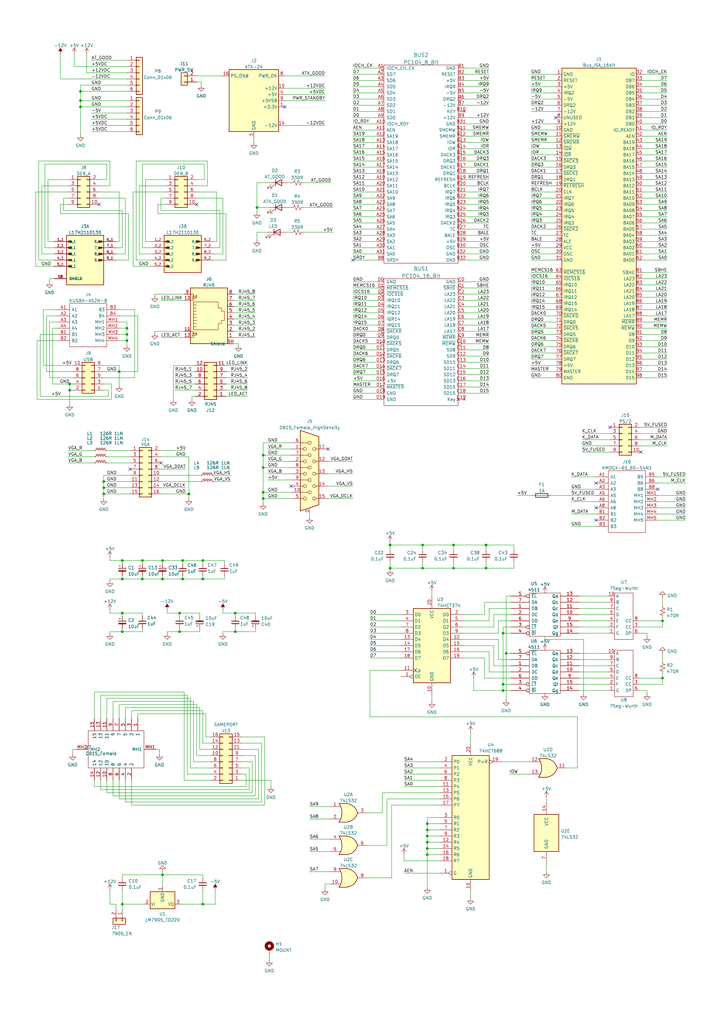
<source format=kicad_sch>
(kicad_sch (version 20211123) (generator eeschema)
  (paper "A3" portrait)
  (title_block (title "PC/104-ITX-DLX") (date "2023-04-07") (rev "0"))
  (junction (at 199.39 233.045))
  (junction (at 107.95 186.69))
  (junction (at 58.42 229.87))
  (junction (at 175.26 345.44))
  (junction (at 33.02 41.275))
  (junction (at 66.675 237.49))
  (junction (at 74.93 229.87))
  (junction (at 74.93 237.49))
  (junction (at 52.07 137.16))
  (junction (at 173.355 223.52))
  (junction (at 96.52 259.08))
  (junction (at 66.675 358.775))
  (junction (at 73.66 251.46))
  (junction (at 175.26 347.98))
  (junction (at 175.26 342.9))
  (junction (at 206.375 280.67))
  (junction (at 48.895 152.4))
  (junction (at 175.26 340.36))
  (junction (at 107.95 204.47))
  (junction (at 271.78 278.13))
  (junction (at 160.02 233.045))
  (junction (at 186.055 233.045))
  (junction (at 175.26 337.82))
  (junction (at 160.02 223.52))
  (junction (at 186.055 223.52))
  (junction (at 52.07 134.62))
  (junction (at 50.165 229.87))
  (junction (at 33.02 43.815))
  (junction (at 42.545 200.025))
  (junction (at 66.675 229.87))
  (junction (at 207.645 267.97))
  (junction (at 33.02 37.465))
  (junction (at 50.165 259.08))
  (junction (at 28.575 160.02))
  (junction (at 42.545 202.565))
  (junction (at 42.545 197.485))
  (junction (at 199.39 223.52))
  (junction (at 73.66 259.08))
  (junction (at 175.26 350.52))
  (junction (at 107.95 191.77))
  (junction (at 58.42 237.49))
  (junction (at 83.185 237.49))
  (junction (at 50.165 251.46))
  (junction (at 271.78 254.635))
  (junction (at 206.375 283.21))
  (junction (at 28.575 157.48))
  (junction (at 206.375 259.715))
  (junction (at 105.41 85.09))
  (junction (at 52.07 139.7))
  (junction (at 83.185 229.87))
  (junction (at 107.95 201.93))
  (junction (at 77.47 202.565))
  (junction (at 96.52 251.46))
  (junction (at 83.185 370.84))
  (junction (at 173.355 233.045))
  (junction (at 50.165 237.49))
  (junction (at 50.165 370.84))
  (no_connect (at 144.78 106.68))
  (no_connect (at 40.64 83.82))
  (no_connect (at 262.89 185.42))
  (no_connect (at 66.04 189.865))
  (no_connect (at 244.475 213.36))
  (no_connect (at 244.475 208.28))
  (no_connect (at 250.19 175.26))
  (no_connect (at 134.62 184.15))
  (no_connect (at 80.645 83.82))
  (no_connect (at 227.965 48.26))
  (no_connect (at 269.875 200.66))
  (no_connect (at 119.38 199.39))
  (no_connect (at 116.84 43.815))
  (no_connect (at 53.34 192.405))
  (no_connect (at 244.475 198.12))
  (wire (pts (xy 27.94 189.865) (xy 38.735 189.865)))
  (wire (pts (xy 107.95 206.375) (xy 107.95 204.47)))
  (wire (pts (xy 55.88 106.68) (xy 55.88 66.04)))
  (wire (pts (xy 160.02 222.25) (xy 160.02 223.52)))
  (wire (pts (xy 134.62 189.23) (xy 144.78 189.23)))
  (wire (pts (xy 24.765 32.385) (xy 52.07 32.385)))
  (wire (pts (xy 151.765 254.635) (xy 164.465 254.635)))
  (wire (pts (xy 33.02 43.815) (xy 52.07 43.815)))
  (wire (pts (xy 144.78 35.56) (xy 154.94 35.56)))
  (wire (pts (xy 58.42 67.31) (xy 58.42 101.6)))
  (wire (pts (xy 144.78 58.42) (xy 154.94 58.42)))
  (wire (pts (xy 83.185 360.045) (xy 83.185 358.775)))
  (wire (pts (xy 190.5 40.64) (xy 200.66 40.64)))
  (wire (pts (xy 110.49 391.795) (xy 110.49 393.7)))
  (wire (pts (xy 14.605 78.74) (xy 27.94 78.74)))
  (wire (pts (xy 27.94 184.785) (xy 38.735 184.785)))
  (wire (pts (xy 52.07 134.62) (xy 52.07 137.16)))
  (wire (pts (xy 22.225 106.68) (xy 15.875 106.68)))
  (wire (pts (xy 263.525 137.16) (xy 273.685 137.16)))
  (wire (pts (xy 97.79 140.97) (xy 97.79 141.605)))
  (wire (pts (xy 92.71 154.94) (xy 101.6 154.94)))
  (wire (pts (xy 66.04 187.325) (xy 77.47 187.325)))
  (wire (pts (xy 46.355 326.39) (xy 46.355 320.04)))
  (wire (pts (xy 51.435 290.195) (xy 81.915 290.195)))
  (wire (pts (xy 190.5 50.8) (xy 200.66 50.8)))
  (wire (pts (xy 55.245 154.94) (xy 42.545 154.94)))
  (wire (pts (xy 239.395 262.255) (xy 239.395 284.48)))
  (wire (pts (xy 199.39 223.52) (xy 210.82 223.52)))
  (wire (pts (xy 43.815 67.31) (xy 18.415 67.31)))
  (wire (pts (xy 273.685 33.02) (xy 263.525 33.02)))
  (wire (pts (xy 209.55 257.175) (xy 206.375 257.175)))
  (wire (pts (xy 154.94 161.29) (xy 144.78 161.29)))
  (wire (pts (xy 173.355 223.52) (xy 173.355 225.425)))
  (wire (pts (xy 190.5 140.97) (xy 200.66 140.97)))
  (wire (pts (xy 204.47 262.255) (xy 204.47 270.51)))
  (wire (pts (xy 73.66 257.81) (xy 73.66 259.08)))
  (wire (pts (xy 100.965 317.5) (xy 100.965 322.58)))
  (wire (pts (xy 273.685 106.68) (xy 263.525 106.68)))
  (wire (pts (xy 91.44 104.14) (xy 91.44 81.28)))
  (wire (pts (xy 263.525 127) (xy 273.685 127)))
  (wire (pts (xy 56.515 292.735) (xy 84.455 292.735)))
  (wire (pts (xy 271.78 280.67) (xy 271.78 278.13)))
  (wire (pts (xy 103.505 312.42) (xy 99.06 312.42)))
  (wire (pts (xy 263.525 129.54) (xy 273.685 129.54)))
  (wire (pts (xy 273.685 40.64) (xy 263.525 40.64)))
  (wire (pts (xy 165.735 314.96) (xy 180.34 314.96)))
  (wire (pts (xy 55.88 66.04) (xy 85.09 66.04)))
  (wire (pts (xy 79.375 312.42) (xy 79.375 287.655)))
  (wire (pts (xy 190.5 81.28) (xy 200.66 81.28)))
  (wire (pts (xy 66.04 194.945) (xy 82.55 194.945)))
  (wire (pts (xy 227.965 134.62) (xy 217.805 134.62)))
  (wire (pts (xy 107.315 328.93) (xy 107.315 304.8)))
  (wire (pts (xy 46.355 287.655) (xy 79.375 287.655)))
  (wire (pts (xy 87.63 99.06) (xy 88.9 99.06)))
  (wire (pts (xy 37.465 53.975) (xy 52.07 53.975)))
  (wire (pts (xy 109.855 196.85) (xy 119.38 196.85)))
  (wire (pts (xy 77.47 204.47) (xy 77.47 202.565)))
  (wire (pts (xy 66.04 184.785) (xy 76.2 184.785)))
  (wire (pts (xy 50.165 358.775) (xy 66.675 358.775)))
  (wire (pts (xy 16.51 137.16) (xy 16.51 162.56)))
  (wire (pts (xy 48.895 132.08) (xy 52.07 132.08)))
  (wire (pts (xy 206.375 280.67) (xy 209.55 280.67)))
  (wire (pts (xy 227.965 43.18) (xy 217.805 43.18)))
  (wire (pts (xy 227.965 147.32) (xy 217.805 147.32)))
  (wire (pts (xy 52.07 141.605) (xy 52.07 139.7)))
  (wire (pts (xy 68.58 250.19) (xy 68.58 251.46)))
  (wire (pts (xy 180.34 342.9) (xy 175.26 342.9)))
  (wire (pts (xy 273.685 60.96) (xy 263.525 60.96)))
  (wire (pts (xy 102.235 314.96) (xy 102.235 323.85)))
  (wire (pts (xy 51.435 320.04) (xy 51.435 328.93)))
  (wire (pts (xy 144.78 33.02) (xy 154.94 33.02)))
  (wire (pts (xy 103.505 325.12) (xy 103.505 312.42)))
  (wire (pts (xy 160.02 233.045) (xy 160.02 233.68)))
  (wire (pts (xy 37.465 51.435) (xy 52.07 51.435)))
  (wire (pts (xy 86.36 309.88) (xy 80.645 309.88)))
  (wire (pts (xy 227.965 73.66) (xy 217.805 73.66)))
  (wire (pts (xy 35.56 22.225) (xy 35.56 29.845)))
  (wire (pts (xy 180.34 350.52) (xy 175.26 350.52)))
  (wire (pts (xy 144.78 30.48) (xy 154.94 30.48)))
  (wire (pts (xy 227.965 88.9) (xy 217.805 88.9)))
  (wire (pts (xy 105.41 85.09) (xy 110.49 85.09)))
  (wire (pts (xy 234.315 210.82) (xy 244.475 210.82)))
  (wire (pts (xy 42.545 200.025) (xy 42.545 202.565)))
  (wire (pts (xy 48.895 134.62) (xy 52.07 134.62)))
  (wire (pts (xy 263.525 111.76) (xy 273.685 111.76)))
  (wire (pts (xy 107.95 191.77) (xy 107.95 186.69)))
  (wire (pts (xy 116.84 51.435) (xy 133.35 51.435)))
  (wire (pts (xy 190.5 148.59) (xy 200.66 148.59)))
  (wire (pts (xy 96.52 251.46) (xy 96.52 252.73)))
  (wire (pts (xy 199.39 233.045) (xy 186.055 233.045)))
  (wire (pts (xy 80.645 73.66) (xy 83.82 73.66)))
  (wire (pts (xy 190.5 93.98) (xy 200.66 93.98)))
  (wire (pts (xy 19.05 129.54) (xy 19.05 152.4)))
  (wire (pts (xy 226.06 203.2) (xy 244.475 203.2)))
  (wire (pts (xy 47.625 370.84) (xy 47.625 372.745)))
  (wire (pts (xy 150.495 360.045) (xy 160.655 360.045)))
  (wire (pts (xy 15.24 163.83) (xy 45.72 163.83)))
  (wire (pts (xy 151.765 267.335) (xy 164.465 267.335)))
  (wire (pts (xy 175.26 345.44) (xy 175.26 347.98)))
  (wire (pts (xy 190.5 153.67) (xy 200.66 153.67)))
  (wire (pts (xy 154.94 118.11) (xy 144.78 118.11)))
  (wire (pts (xy 273.685 48.26) (xy 263.525 48.26)))
  (wire (pts (xy 198.755 247.015) (xy 209.55 247.015)))
  (wire (pts (xy 95.885 133.35) (xy 104.775 133.35)))
  (wire (pts (xy 144.78 86.36) (xy 154.94 86.36)))
  (wire (pts (xy 47.625 101.6) (xy 50.165 101.6)))
  (wire (pts (xy 273.685 66.04) (xy 263.525 66.04)))
  (wire (pts (xy 50.165 360.045) (xy 50.165 358.775)))
  (wire (pts (xy 96.52 257.81) (xy 96.52 259.08)))
  (wire (pts (xy 273.685 101.6) (xy 263.525 101.6)))
  (wire (pts (xy 273.685 53.34) (xy 263.525 53.34)))
  (wire (pts (xy 210.82 230.505) (xy 210.82 233.045)))
  (wire (pts (xy 111.125 320.04) (xy 111.125 322.58)))
  (wire (pts (xy 54.61 78.74) (xy 67.945 78.74)))
  (wire (pts (xy 154.94 143.51) (xy 144.78 143.51)))
  (wire (pts (xy 118.11 74.93) (xy 119.38 74.93)))
  (wire (pts (xy 165.735 317.5) (xy 180.34 317.5)))
  (wire (pts (xy 175.26 340.36) (xy 175.26 342.9)))
  (wire (pts (xy 91.44 251.46) (xy 96.52 251.46)))
  (wire (pts (xy 71.755 160.02) (xy 80.01 160.02)))
  (wire (pts (xy 50.165 251.46) (xy 58.42 251.46)))
  (wire (pts (xy 227.965 111.76) (xy 217.805 111.76)))
  (wire (pts (xy 269.875 195.58) (xy 281.305 195.58)))
  (wire (pts (xy 144.78 53.34) (xy 154.94 53.34)))
  (wire (pts (xy 227.965 91.44) (xy 217.805 91.44)))
  (wire (pts (xy 58.42 236.22) (xy 58.42 237.49)))
  (wire (pts (xy 144.78 71.12) (xy 154.94 71.12)))
  (wire (pts (xy 237.49 247.015) (xy 249.555 247.015)))
  (wire (pts (xy 190.5 83.82) (xy 200.66 83.82)))
  (wire (pts (xy 227.965 144.78) (xy 217.805 144.78)))
  (wire (pts (xy 23.495 127) (xy 17.78 127)))
  (wire (pts (xy 50.165 259.08) (xy 58.42 259.08)))
  (wire (pts (xy 144.78 50.8) (xy 154.94 50.8)))
  (wire (pts (xy 180.34 337.82) (xy 175.26 337.82)))
  (wire (pts (xy 160.02 223.52) (xy 173.355 223.52)))
  (wire (pts (xy 209.55 244.475) (xy 207.645 244.475)))
  (wire (pts (xy 273.685 83.82) (xy 263.525 83.82)))
  (wire (pts (xy 227.965 101.6) (xy 217.805 101.6)))
  (wire (pts (xy 160.655 360.045) (xy 160.655 330.2)))
  (wire (pts (xy 48.895 320.04) (xy 48.895 327.66)))
  (wire (pts (xy 107.95 186.69) (xy 119.38 186.69)))
  (wire (pts (xy 50.165 86.36) (xy 26.035 86.36)))
  (wire (pts (xy 234.315 195.58) (xy 244.475 195.58)))
  (wire (pts (xy 57.15 104.14) (xy 57.15 76.2)))
  (wire (pts (xy 175.26 347.98) (xy 175.26 350.52)))
  (wire (pts (xy 194.31 278.13) (xy 194.31 283.21)))
  (wire (pts (xy 104.775 309.88) (xy 104.775 326.39)))
  (wire (pts (xy 151.765 269.875) (xy 164.465 269.875)))
  (wire (pts (xy 88.9 99.06) (xy 88.9 78.74)))
  (wire (pts (xy 63.5 120.65) (xy 63.5 121.285)))
  (wire (pts (xy 262.255 283.21) (xy 265.43 283.21)))
  (wire (pts (xy 68.58 259.08) (xy 73.66 259.08)))
  (wire (pts (xy 144.78 43.18) (xy 154.94 43.18)))
  (wire (pts (xy 104.775 257.81) (xy 104.775 259.08)))
  (wire (pts (xy 62.23 99.06) (xy 59.69 99.06)))
  (wire (pts (xy 55.245 127) (xy 55.245 154.94)))
  (wire (pts (xy 227.965 68.58) (xy 217.805 68.58)))
  (wire (pts (xy 76.835 317.5) (xy 76.835 285.115)))
  (wire (pts (xy 190.5 48.26) (xy 200.66 48.26)))
  (wire (pts (xy 107.95 204.47) (xy 107.95 201.93)))
  (wire (pts (xy 238.76 180.34) (xy 250.19 180.34)))
  (wire (pts (xy 66.04 138.43) (xy 75.565 138.43)))
  (wire (pts (xy 227.965 132.08) (xy 217.805 132.08)))
  (wire (pts (xy 117.475 95.25) (xy 119.38 95.25)))
  (wire (pts (xy 86.36 304.8) (xy 83.185 304.8)))
  (wire (pts (xy 95.885 130.81) (xy 104.775 130.81)))
  (wire (pts (xy 271.78 245.11) (xy 271.78 248.285)))
  (wire (pts (xy 154.94 148.59) (xy 144.78 148.59)))
  (wire (pts (xy 42.545 200.025) (xy 53.34 200.025)))
  (wire (pts (xy 58.42 251.46) (xy 58.42 252.73)))
  (wire (pts (xy 64.77 83.82) (xy 67.945 83.82)))
  (wire (pts (xy 154.94 158.75) (xy 144.78 158.75)))
  (wire (pts (xy 190.5 146.05) (xy 200.66 146.05)))
  (wire (pts (xy 83.185 370.84) (xy 83.185 365.125)))
  (wire (pts (xy 66.675 229.87) (xy 66.675 231.14)))
  (wire (pts (xy 227.965 121.92) (xy 217.805 121.92)))
  (wire (pts (xy 263.525 119.38) (xy 273.685 119.38)))
  (wire (pts (xy 68.58 251.46) (xy 73.66 251.46)))
  (wire (pts (xy 56.515 292.735) (xy 56.515 294.64)))
  (wire (pts (xy 144.78 68.58) (xy 154.94 68.58)))
  (wire (pts (xy 43.815 320.04) (xy 43.815 325.12)))
  (wire (pts (xy 18.415 67.31) (xy 18.415 101.6)))
  (wire (pts (xy 190.5 66.04) (xy 200.66 66.04)))
  (wire (pts (xy 262.255 259.715) (xy 265.43 259.715)))
  (wire (pts (xy 53.975 320.04) (xy 53.975 330.2)))
  (wire (pts (xy 26.035 81.28) (xy 27.94 81.28)))
  (wire (pts (xy 154.94 130.81) (xy 144.78 130.81)))
  (wire (pts (xy 224.155 327.025) (xy 224.155 328.93)))
  (wire (pts (xy 165.735 320.04) (xy 180.34 320.04)))
  (wire (pts (xy 151.765 259.715) (xy 164.465 259.715)))
  (wire (pts (xy 66.04 123.19) (xy 75.565 123.19)))
  (wire (pts (xy 160.02 223.52) (xy 160.02 225.425)))
  (wire (pts (xy 71.755 154.94) (xy 80.01 154.94)))
  (wire (pts (xy 190.5 115.57) (xy 200.66 115.57)))
  (wire (pts (xy 273.685 30.48) (xy 263.525 30.48)))
  (wire (pts (xy 48.895 327.66) (xy 106.045 327.66)))
  (wire (pts (xy 227.965 86.36) (xy 217.805 86.36)))
  (wire (pts (xy 31.115 307.34) (xy 29.845 307.34)))
  (wire (pts (xy 144.78 96.52) (xy 154.94 96.52)))
  (wire (pts (xy 263.525 149.86) (xy 273.685 149.86)))
  (wire (pts (xy 190.5 96.52) (xy 200.66 96.52)))
  (wire (pts (xy 186.055 233.045) (xy 173.355 233.045)))
  (wire (pts (xy 46.355 287.655) (xy 46.355 294.64)))
  (wire (pts (xy 80.645 33.655) (xy 82.55 33.655)))
  (wire (pts (xy 189.865 257.175) (xy 202.565 257.175)))
  (wire (pts (xy 273.685 35.56) (xy 263.525 35.56)))
  (wire (pts (xy 269.875 203.2) (xy 281.305 203.2)))
  (wire (pts (xy 227.965 124.46) (xy 217.805 124.46)))
  (wire (pts (xy 43.815 286.385) (xy 43.815 294.64)))
  (wire (pts (xy 108.585 330.2) (xy 108.585 302.26)))
  (wire (pts (xy 92.71 152.4) (xy 101.6 152.4)))
  (wire (pts (xy 271.78 254.635) (xy 271.78 253.365)))
  (wire (pts (xy 50.165 229.87) (xy 58.42 229.87)))
  (wire (pts (xy 227.965 104.14) (xy 217.805 104.14)))
  (wire (pts (xy 99.06 314.96) (xy 102.235 314.96)))
  (wire (pts (xy 144.78 63.5) (xy 154.94 63.5)))
  (wire (pts (xy 151.765 262.255) (xy 164.465 262.255)))
  (wire (pts (xy 66.675 358.775) (xy 66.675 363.22)))
  (wire (pts (xy 263.525 152.4) (xy 273.685 152.4)))
  (wire (pts (xy 151.765 264.795) (xy 164.465 264.795)))
  (wire (pts (xy 99.06 307.34) (xy 106.045 307.34)))
  (wire (pts (xy 190.5 151.13) (xy 200.66 151.13)))
  (wire (pts (xy 210.82 233.045) (xy 199.39 233.045)))
  (wire (pts (xy 92.075 229.87) (xy 92.075 231.14)))
  (wire (pts (xy 47.625 106.68) (xy 52.705 106.68)))
  (wire (pts (xy 273.685 71.12) (xy 263.525 71.12)))
  (wire (pts (xy 204.47 259.715) (xy 204.47 254.635)))
  (wire (pts (xy 135.255 362.585) (xy 133.35 362.585)))
  (wire (pts (xy 45.085 66.04) (xy 45.085 76.2)))
  (wire (pts (xy 154.94 163.83) (xy 144.78 163.83)))
  (wire (pts (xy 180.34 347.98) (xy 175.26 347.98)))
  (wire (pts (xy 151.765 274.955) (xy 164.465 274.955)))
  (wire (pts (xy 107.95 201.93) (xy 107.95 191.77)))
  (wire (pts (xy 227.965 83.82) (xy 217.805 83.82)))
  (wire (pts (xy 24.765 87.63) (xy 24.765 83.82)))
  (wire (pts (xy 15.875 66.04) (xy 45.085 66.04)))
  (wire (pts (xy 177.165 242.57) (xy 177.165 244.475)))
  (wire (pts (xy 19.685 73.66) (xy 27.94 73.66)))
  (wire (pts (xy 81.915 251.46) (xy 81.915 252.73)))
  (wire (pts (xy 42.545 194.945) (xy 53.34 194.945)))
  (wire (pts (xy 273.685 58.42) (xy 263.525 58.42)))
  (wire (pts (xy 92.075 236.22) (xy 92.075 237.49)))
  (wire (pts (xy 109.855 184.15) (xy 119.38 184.15)))
  (wire (pts (xy 109.855 95.25) (xy 105.41 95.25)))
  (wire (pts (xy 66.04 202.565) (xy 77.47 202.565)))
  (wire (pts (xy 207.645 267.97) (xy 209.55 267.97)))
  (wire (pts (xy 43.815 187.325) (xy 53.34 187.325)))
  (wire (pts (xy 227.965 149.86) (xy 217.805 149.86)))
  (wire (pts (xy 48.895 288.925) (xy 48.895 294.64)))
  (wire (pts (xy 127 330.835) (xy 135.255 330.835)))
  (wire (pts (xy 14.605 109.22) (xy 14.605 78.74)))
  (wire (pts (xy 273.685 73.66) (xy 263.525 73.66)))
  (wire (pts (xy 83.185 229.87) (xy 92.075 229.87)))
  (wire (pts (xy 150.495 333.375) (xy 156.845 333.375)))
  (wire (pts (xy 29.845 307.34) (xy 29.845 309.245)))
  (wire (pts (xy 24.765 83.82) (xy 27.94 83.82)))
  (wire (pts (xy 43.815 325.12) (xy 103.505 325.12)))
  (wire (pts (xy 205.74 312.42) (xy 217.17 312.42)))
  (wire (pts (xy 180.34 353.06) (xy 165.735 353.06)))
  (wire (pts (xy 186.055 230.505) (xy 186.055 233.045)))
  (wire (pts (xy 227.965 53.34) (xy 217.805 53.34)))
  (wire (pts (xy 64.77 87.63) (xy 64.77 83.82)))
  (wire (pts (xy 80.645 309.88) (xy 80.645 288.925)))
  (wire (pts (xy 269.875 213.36) (xy 281.305 213.36)))
  (wire (pts (xy 17.145 104.14) (xy 17.145 76.2)))
  (wire (pts (xy 237.49 259.715) (xy 249.555 259.715)))
  (wire (pts (xy 204.47 270.51) (xy 209.55 270.51)))
  (wire (pts (xy 190.5 63.5) (xy 200.66 63.5)))
  (wire (pts (xy 189.865 262.255) (xy 204.47 262.255)))
  (wire (pts (xy 29.845 160.02) (xy 28.575 160.02)))
  (wire (pts (xy 41.275 323.85) (xy 41.275 320.04)))
  (wire (pts (xy 84.455 302.26) (xy 84.455 292.735)))
  (wire (pts (xy 144.78 48.26) (xy 154.94 48.26)))
  (wire (pts (xy 263.525 142.24) (xy 273.685 142.24)))
  (wire (pts (xy 65.405 307.34) (xy 65.405 309.245)))
  (wire (pts (xy 124.46 95.25) (xy 136.525 95.25)))
  (wire (pts (xy 21.59 134.62) (xy 21.59 157.48)))
  (wire (pts (xy 45.72 163.83) (xy 45.72 157.48)))
  (wire (pts (xy 144.78 83.82) (xy 154.94 83.82)))
  (wire (pts (xy 158.75 327.66) (xy 180.34 327.66)))
  (wire (pts (xy 42.545 202.565) (xy 42.545 204.47)))
  (wire (pts (xy 180.34 335.28) (xy 175.26 335.28)))
  (wire (pts (xy 165.735 322.58) (xy 180.34 322.58)))
  (wire (pts (xy 134.62 194.31) (xy 144.78 194.31)))
  (wire (pts (xy 50.165 251.46) (xy 50.165 252.73)))
  (wire (pts (xy 73.66 251.46) (xy 81.915 251.46)))
  (wire (pts (xy 88.265 370.84) (xy 83.185 370.84)))
  (wire (pts (xy 190.5 58.42) (xy 200.66 58.42)))
  (wire (pts (xy 190.5 133.35) (xy 200.66 133.35)))
  (wire (pts (xy 87.63 106.68) (xy 92.71 106.68)))
  (wire (pts (xy 237.49 254.635) (xy 249.555 254.635)))
  (wire (pts (xy 190.5 86.36) (xy 200.66 86.36)))
  (wire (pts (xy 227.965 137.16) (xy 217.805 137.16)))
  (wire (pts (xy 45.085 237.49) (xy 50.165 237.49)))
  (wire (pts (xy 227.965 114.3) (xy 217.805 114.3)))
  (wire (pts (xy 273.685 50.8) (xy 263.525 50.8)))
  (wire (pts (xy 190.5 125.73) (xy 200.66 125.73)))
  (wire (pts (xy 20.32 154.94) (xy 29.845 154.94)))
  (wire (pts (xy 48.895 129.54) (xy 56.515 129.54)))
  (wire (pts (xy 190.5 43.18) (xy 200.66 43.18)))
  (wire (pts (xy 271.78 278.13) (xy 271.78 276.225)))
  (wire (pts (xy 151.765 294.005) (xy 151.765 274.955)))
  (wire (pts (xy 190.5 158.75) (xy 200.66 158.75)))
  (wire (pts (xy 45.085 365.125) (xy 45.085 370.84)))
  (wire (pts (xy 234.315 205.74) (xy 244.475 205.74)))
  (wire (pts (xy 90.17 86.36) (xy 66.04 86.36)))
  (wire (pts (xy 15.24 139.7) (xy 15.24 163.83)))
  (wire (pts (xy 124.46 85.09) (xy 136.525 85.09)))
  (wire (pts (xy 263.525 154.94) (xy 273.685 154.94)))
  (wire (pts (xy 118.11 85.09) (xy 119.38 85.09)))
  (wire (pts (xy 71.755 152.4) (xy 80.01 152.4)))
  (wire (pts (xy 190.5 118.11) (xy 200.66 118.11)))
  (wire (pts (xy 73.66 251.46) (xy 73.66 252.73)))
  (wire (pts (xy 273.685 104.14) (xy 263.525 104.14)))
  (wire (pts (xy 52.07 139.7) (xy 48.895 139.7)))
  (wire (pts (xy 263.525 139.7) (xy 273.685 139.7)))
  (wire (pts (xy 50.165 257.81) (xy 50.165 259.08)))
  (wire (pts (xy 190.5 35.56) (xy 200.66 35.56)))
  (wire (pts (xy 100.965 322.58) (xy 38.735 322.58)))
  (wire (pts (xy 51.435 290.195) (xy 51.435 294.64)))
  (wire (pts (xy 262.255 257.175) (xy 271.78 257.175)))
  (wire (pts (xy 265.43 283.21) (xy 265.43 284.48)))
  (wire (pts (xy 108.585 302.26) (xy 99.06 302.26)))
  (wire (pts (xy 105.41 74.93) (xy 105.41 85.09)))
  (wire (pts (xy 237.49 252.095) (xy 249.555 252.095)))
  (wire (pts (xy 134.62 199.39) (xy 144.78 199.39)))
  (wire (pts (xy 74.93 229.87) (xy 74.93 231.14)))
  (wire (pts (xy 92.71 106.68) (xy 92.71 87.63)))
  (wire (pts (xy 144.78 76.2) (xy 154.94 76.2)))
  (wire (pts (xy 263.525 124.46) (xy 273.685 124.46)))
  (wire (pts (xy 28.575 157.48) (xy 28.575 160.02)))
  (wire (pts (xy 80.645 78.74) (xy 88.9 78.74)))
  (wire (pts (xy 42.545 202.565) (xy 53.34 202.565)))
  (wire (pts (xy 273.685 78.74) (xy 263.525 78.74)))
  (wire (pts (xy 51.435 81.28) (xy 40.64 81.28)))
  (wire (pts (xy 156.845 325.12) (xy 180.34 325.12)))
  (wire (pts (xy 83.185 237.49) (xy 92.075 237.49)))
  (wire (pts (xy 127 344.17) (xy 135.255 344.17)))
  (wire (pts (xy 237.49 267.97) (xy 249.555 267.97)))
  (wire (pts (xy 200.66 275.59) (xy 209.55 275.59)))
  (wire (pts (xy 189.865 252.095) (xy 198.755 252.095)))
  (wire (pts (xy 133.35 362.585) (xy 133.35 364.49)))
  (wire (pts (xy 232.41 314.96) (xy 236.855 314.96)))
  (wire (pts (xy 271.78 257.175) (xy 271.78 254.635)))
  (wire (pts (xy 227.965 93.98) (xy 217.805 93.98)))
  (wire (pts (xy 190.5 120.65) (xy 200.66 120.65)))
  (wire (pts (xy 262.89 175.26) (xy 273.685 175.26)))
  (wire (pts (xy 81.915 257.81) (xy 81.915 259.08)))
  (wire (pts (xy 202.565 257.175) (xy 202.565 252.095)))
  (wire (pts (xy 262.255 280.67) (xy 271.78 280.67)))
  (wire (pts (xy 227.965 154.94) (xy 217.805 154.94)))
  (wire (pts (xy 90.17 101.6) (xy 90.17 86.36)))
  (wire (pts (xy 33.02 55.245) (xy 33.02 43.815)))
  (wire (pts (xy 52.705 87.63) (xy 24.765 87.63)))
  (wire (pts (xy 19.685 99.06) (xy 19.685 73.66)))
  (wire (pts (xy 190.5 88.9) (xy 200.66 88.9)))
  (wire (pts (xy 273.685 99.06) (xy 263.525 99.06)))
  (wire (pts (xy 58.42 237.49) (xy 66.675 237.49)))
  (wire (pts (xy 173.355 233.045) (xy 160.02 233.045)))
  (wire (pts (xy 200.66 267.335) (xy 200.66 275.59)))
  (wire (pts (xy 33.02 41.275) (xy 52.07 41.275)))
  (wire (pts (xy 227.965 116.84) (xy 217.805 116.84)))
  (wire (pts (xy 227.965 38.1) (xy 217.805 38.1)))
  (wire (pts (xy 173.355 230.505) (xy 173.355 233.045)))
  (wire (pts (xy 262.255 278.13) (xy 271.78 278.13)))
  (wire (pts (xy 66.675 229.87) (xy 74.93 229.87)))
  (wire (pts (xy 42.545 149.86) (xy 48.895 149.86)))
  (wire (pts (xy 50.165 237.49) (xy 58.42 237.49)))
  (wire (pts (xy 238.76 185.42) (xy 250.19 185.42)))
  (wire (pts (xy 22.225 114.3) (xy 20.32 114.3)))
  (wire (pts (xy 190.5 30.48) (xy 200.66 30.48)))
  (wire (pts (xy 59.69 99.06) (xy 59.69 73.66)))
  (wire (pts (xy 105.41 95.25) (xy 105.41 98.425)))
  (wire (pts (xy 127 349.25) (xy 135.255 349.25)))
  (wire (pts (xy 50.165 370.84) (xy 50.165 372.745)))
  (wire (pts (xy 227.965 58.42) (xy 217.805 58.42)))
  (wire (pts (xy 41.275 285.115) (xy 41.275 294.64)))
  (wire (pts (xy 33.02 37.465) (xy 52.07 37.465)))
  (wire (pts (xy 43.815 184.785) (xy 53.34 184.785)))
  (wire (pts (xy 17.78 149.86) (xy 29.845 149.86)))
  (wire (pts (xy 186.055 223.52) (xy 186.055 225.425)))
  (wire (pts (xy 66.675 357.505) (xy 66.675 358.775)))
  (wire (pts (xy 92.71 157.48) (xy 101.6 157.48)))
  (wire (pts (xy 144.78 88.9) (xy 154.94 88.9)))
  (wire (pts (xy 227.965 127) (xy 217.805 127)))
  (wire (pts (xy 96.52 251.46) (xy 104.775 251.46)))
  (wire (pts (xy 154.94 156.21) (xy 144.78 156.21)))
  (wire (pts (xy 23.495 129.54) (xy 19.05 129.54)))
  (wire (pts (xy 50.165 101.6) (xy 50.165 86.36)))
  (wire (pts (xy 107.95 204.47) (xy 119.38 204.47)))
  (wire (pts (xy 227.965 106.68) (xy 217.805 106.68)))
  (wire (pts (xy 40.64 73.66) (xy 43.815 73.66)))
  (wire (pts (xy 95.885 138.43) (xy 104.775 138.43)))
  (wire (pts (xy 144.78 81.28) (xy 154.94 81.28)))
  (wire (pts (xy 86.36 307.34) (xy 81.915 307.34)))
  (wire (pts (xy 273.685 63.5) (xy 263.525 63.5)))
  (wire (pts (xy 74.295 370.84) (xy 83.185 370.84)))
  (wire (pts (xy 18.415 101.6) (xy 22.225 101.6)))
  (wire (pts (xy 95.885 120.65) (xy 104.775 120.65)))
  (wire (pts (xy 273.685 45.72) (xy 263.525 45.72)))
  (wire (pts (xy 262.89 180.34) (xy 273.685 180.34)))
  (wire (pts (xy 87.63 194.945) (xy 94.615 194.945)))
  (wire (pts (xy 54.61 109.22) (xy 54.61 78.74)))
  (wire (pts (xy 63.5 135.89) (xy 63.5 136.525)))
  (wire (pts (xy 273.685 81.28) (xy 263.525 81.28)))
  (wire (pts (xy 58.42 229.87) (xy 66.675 229.87)))
  (wire (pts (xy 237.49 275.59) (xy 249.555 275.59)))
  (wire (pts (xy 73.66 259.08) (xy 81.915 259.08)))
  (wire (pts (xy 190.5 53.34) (xy 200.66 53.34)))
  (wire (pts (xy 107.315 304.8) (xy 99.06 304.8)))
  (wire (pts (xy 91.44 259.715) (xy 91.44 259.08)))
  (wire (pts (xy 144.78 104.14) (xy 154.94 104.14)))
  (wire (pts (xy 190.5 123.19) (xy 200.66 123.19)))
  (wire (pts (xy 202.565 264.795) (xy 189.865 264.795)))
  (wire (pts (xy 104.775 326.39) (xy 46.355 326.39)))
  (wire (pts (xy 62.23 106.68) (xy 55.88 106.68)))
  (wire (pts (xy 52.07 132.08) (xy 52.07 134.62)))
  (wire (pts (xy 107.95 201.93) (xy 119.38 201.93)))
  (wire (pts (xy 165.735 353.06) (xy 165.735 350.52)))
  (wire (pts (xy 144.78 40.64) (xy 154.94 40.64)))
  (wire (pts (xy 58.42 257.81) (xy 58.42 259.08)))
  (wire (pts (xy 273.685 88.9) (xy 263.525 88.9)))
  (wire (pts (xy 15.875 106.68) (xy 15.875 66.04)))
  (wire (pts (xy 273.685 96.52) (xy 263.525 96.52)))
  (wire (pts (xy 175.26 350.52) (xy 175.26 363.855)))
  (wire (pts (xy 45.085 250.19) (xy 45.085 251.46)))
  (wire (pts (xy 92.71 162.56) (xy 101.6 162.56)))
  (wire (pts (xy 263.525 147.32) (xy 273.685 147.32)))
  (wire (pts (xy 53.975 291.465) (xy 53.975 294.64)))
  (wire (pts (xy 204.47 254.635) (xy 209.55 254.635)))
  (wire (pts (xy 91.44 259.08) (xy 96.52 259.08)))
  (wire (pts (xy 86.36 314.96) (xy 78.105 314.96)))
  (wire (pts (xy 190.5 78.74) (xy 200.66 78.74)))
  (wire (pts (xy 237.49 273.05) (xy 249.555 273.05)))
  (wire (pts (xy 96.52 259.08) (xy 104.775 259.08)))
  (wire (pts (xy 237.49 283.21) (xy 249.555 283.21)))
  (wire (pts (xy 144.78 91.44) (xy 154.94 91.44)))
  (wire (pts (xy 83.185 236.22) (xy 83.185 237.49)))
  (wire (pts (xy 58.42 229.87) (xy 58.42 231.14)))
  (wire (pts (xy 190.5 68.58) (xy 200.66 68.58)))
  (wire (pts (xy 42.545 194.945) (xy 42.545 197.485)))
  (wire (pts (xy 48.895 78.74) (xy 40.64 78.74)))
  (wire (pts (xy 91.44 250.19) (xy 91.44 251.46)))
  (wire (pts (xy 198.755 252.095) (xy 198.755 247.015)))
  (wire (pts (xy 190.5 104.14) (xy 200.66 104.14)))
  (wire (pts (xy 190.5 156.21) (xy 200.66 156.21)))
  (wire (pts (xy 198.755 278.13) (xy 198.755 269.875)))
  (wire (pts (xy 86.36 317.5) (xy 76.835 317.5)))
  (wire (pts (xy 224.155 354.33) (xy 224.155 357.505)))
  (wire (pts (xy 88.265 365.125) (xy 88.265 370.84)))
  (wire (pts (xy 104.775 251.46) (xy 104.775 252.73)))
  (wire (pts (xy 59.69 73.66) (xy 67.945 73.66)))
  (wire (pts (xy 190.5 55.88) (xy 200.66 55.88)))
  (wire (pts (xy 180.34 340.36) (xy 175.26 340.36)))
  (wire (pts (xy 109.855 194.31) (xy 119.38 194.31)))
  (wire (pts (xy 80.645 31.115) (xy 91.44 31.115)))
  (wire (pts (xy 144.78 101.6) (xy 154.94 101.6)))
  (wire (pts (xy 190.5 106.68) (xy 200.66 106.68)))
  (wire (pts (xy 263.525 132.08) (xy 273.685 132.08)))
  (wire (pts (xy 273.685 76.2) (xy 263.525 76.2)))
  (wire (pts (xy 110.49 74.93) (xy 105.41 74.93)))
  (wire (pts (xy 190.5 138.43) (xy 200.66 138.43)))
  (wire (pts (xy 52.07 137.16) (xy 52.07 139.7)))
  (wire (pts (xy 273.685 91.44) (xy 263.525 91.44)))
  (wire (pts (xy 173.355 223.52) (xy 186.055 223.52)))
  (wire (pts (xy 22.225 104.14) (xy 17.145 104.14)))
  (wire (pts (xy 190.5 128.27) (xy 200.66 128.27)))
  (wire (pts (xy 202.565 273.05) (xy 202.565 264.795)))
  (wire (pts (xy 45.085 259.715) (xy 45.085 259.08)))
  (wire (pts (xy 57.15 76.2) (xy 67.945 76.2)))
  (wire (pts (xy 74.93 236.22) (xy 74.93 237.49)))
  (wire (pts (xy 62.23 109.22) (xy 54.61 109.22)))
  (wire (pts (xy 64.135 307.34) (xy 65.405 307.34)))
  (wire (pts (xy 190.5 38.1) (xy 200.66 38.1)))
  (wire (pts (xy 87.63 101.6) (xy 90.17 101.6)))
  (wire (pts (xy 208.915 317.5) (xy 217.17 317.5)))
  (wire (pts (xy 86.36 302.26) (xy 84.455 302.26)))
  (wire (pts (xy 80.01 162.56) (xy 78.74 162.56)))
  (wire (pts (xy 26.035 86.36) (xy 26.035 81.28)))
  (wire (pts (xy 202.565 252.095) (xy 209.55 252.095)))
  (wire (pts (xy 212.09 203.2) (xy 218.44 203.2)))
  (wire (pts (xy 95.885 123.19) (xy 104.775 123.19)))
  (wire (pts (xy 200.66 249.555) (xy 209.55 249.555)))
  (wire (pts (xy 95.885 128.27) (xy 104.775 128.27)))
  (wire (pts (xy 236.855 294.005) (xy 151.765 294.005)))
  (wire (pts (xy 107.95 191.77) (xy 119.38 191.77)))
  (wire (pts (xy 62.23 104.14) (xy 57.15 104.14)))
  (wire (pts (xy 28.575 160.02) (xy 28.575 165.735)))
  (wire (pts (xy 227.965 99.06) (xy 217.805 99.06)))
  (wire (pts (xy 269.875 205.74) (xy 281.305 205.74)))
  (wire (pts (xy 51.435 328.93) (xy 107.315 328.93)))
  (wire (pts (xy 95.885 140.97) (xy 97.79 140.97)))
  (wire (pts (xy 190.5 33.02) (xy 200.66 33.02)))
  (wire (pts (xy 66.675 236.22) (xy 66.675 237.49)))
  (wire (pts (xy 86.36 320.04) (xy 75.565 320.04)))
  (wire (pts (xy 68.58 259.715) (xy 68.58 259.08)))
  (wire (pts (xy 48.895 137.16) (xy 52.07 137.16)))
  (wire (pts (xy 263.525 116.84) (xy 273.685 116.84)))
  (wire (pts (xy 190.5 135.89) (xy 200.66 135.89)))
  (wire (pts (xy 82.55 33.655) (xy 82.55 34.925)))
  (wire (pts (xy 160.02 230.505) (xy 160.02 233.045)))
  (wire (pts (xy 52.705 106.68) (xy 52.705 87.63)))
  (wire (pts (xy 47.625 99.06) (xy 48.895 99.06)))
  (wire (pts (xy 66.675 237.49) (xy 74.93 237.49)))
  (wire (pts (xy 83.185 304.8) (xy 83.185 291.465)))
  (wire (pts (xy 45.085 228.6) (xy 45.085 229.87)))
  (wire (pts (xy 53.975 330.2) (xy 108.585 330.2)))
  (wire (pts (xy 234.315 200.66) (xy 244.475 200.66)))
  (wire (pts (xy 144.78 106.68) (xy 154.94 106.68)))
  (wire (pts (xy 237.49 257.175) (xy 249.555 257.175)))
  (wire (pts (xy 107.95 186.69) (xy 107.95 181.61)))
  (wire (pts (xy 262.89 177.8) (xy 273.685 177.8)))
  (wire (pts (xy 116.84 38.735) (xy 133.35 38.735)))
  (wire (pts (xy 206.375 283.21) (xy 194.31 283.21)))
  (wire (pts (xy 144.78 93.98) (xy 154.94 93.98)))
  (wire (pts (xy 190.5 143.51) (xy 200.66 143.51)))
  (wire (pts (xy 227.965 60.96) (xy 217.805 60.96)))
  (wire (pts (xy 227.965 139.7) (xy 217.805 139.7)))
  (wire (pts (xy 38.735 283.845) (xy 38.735 294.64)))
  (wire (pts (xy 210.82 225.425) (xy 210.82 223.52)))
  (wire (pts (xy 95.885 125.73) (xy 104.775 125.73)))
  (wire (pts (xy 95.885 135.89) (xy 104.775 135.89)))
  (wire (pts (xy 45.085 76.2) (xy 40.64 76.2)))
  (wire (pts (xy 273.685 93.98) (xy 263.525 93.98)))
  (wire (pts (xy 43.815 189.865) (xy 53.34 189.865)))
  (wire (pts (xy 23.495 132.08) (xy 20.32 132.08)))
  (wire (pts (xy 37.465 24.765) (xy 52.07 24.765)))
  (wire (pts (xy 80.645 76.2) (xy 85.09 76.2)))
  (wire (pts (xy 237.49 249.555) (xy 249.555 249.555)))
  (wire (pts (xy 175.26 342.9) (xy 175.26 345.44)))
  (wire (pts (xy 66.04 81.28) (xy 67.945 81.28)))
  (wire (pts (xy 45.085 370.84) (xy 47.625 370.84)))
  (wire (pts (xy 74.93 229.87) (xy 83.185 229.87)))
  (wire (pts (xy 99.06 320.04) (xy 111.125 320.04)))
  (wire (pts (xy 189.865 259.715) (xy 204.47 259.715)))
  (wire (pts (xy 38.735 322.58) (xy 38.735 320.04)))
  (wire (pts (xy 58.42 101.6) (xy 62.23 101.6)))
  (wire (pts (xy 193.04 365.76) (xy 193.04 368.3)))
  (wire (pts (xy 154.94 123.19) (xy 144.78 123.19)))
  (wire (pts (xy 23.495 139.7) (xy 15.24 139.7)))
  (wire (pts (xy 23.495 134.62) (xy 21.59 134.62)))
  (wire (pts (xy 154.94 128.27) (xy 144.78 128.27)))
  (wire (pts (xy 273.685 38.1) (xy 263.525 38.1)))
  (wire (pts (xy 48.895 152.4) (xy 56.515 152.4)))
  (wire (pts (xy 207.645 267.97) (xy 207.645 287.02)))
  (wire (pts (xy 37.465 46.355) (xy 52.07 46.355)))
  (wire (pts (xy 150.495 346.71) (xy 158.75 346.71)))
  (wire (pts (xy 154.94 138.43) (xy 144.78 138.43)))
  (wire (pts (xy 42.545 152.4) (xy 48.895 152.4)))
  (wire (pts (xy 80.645 81.28) (xy 91.44 81.28)))
  (wire (pts (xy 207.645 244.475) (xy 207.645 267.97)))
  (wire (pts (xy 42.545 197.485) (xy 53.34 197.485)))
  (wire (pts (xy 189.865 267.335) (xy 200.66 267.335)))
  (wire (pts (xy 124.46 74.93) (xy 135.89 74.93)))
  (wire (pts (xy 144.78 66.04) (xy 154.94 66.04)))
  (wire (pts (xy 45.72 157.48) (xy 42.545 157.48)))
  (wire (pts (xy 17.145 76.2) (xy 27.94 76.2)))
  (wire (pts (xy 154.94 115.57) (xy 144.78 115.57)))
  (wire (pts (xy 190.5 99.06) (xy 200.66 99.06)))
  (wire (pts (xy 198.755 269.875) (xy 189.865 269.875)))
  (wire (pts (xy 71.12 149.86) (xy 71.12 163.83)))
  (wire (pts (xy 86.36 312.42) (xy 79.375 312.42)))
  (wire (pts (xy 227.965 63.5) (xy 217.805 63.5)))
  (wire (pts (xy 262.89 182.88) (xy 273.685 182.88)))
  (wire (pts (xy 190.5 161.29) (xy 200.66 161.29)))
  (wire (pts (xy 66.04 192.405) (xy 76.2 192.405)))
  (wire (pts (xy 234.315 215.9) (xy 244.475 215.9)))
  (wire (pts (xy 20.32 132.08) (xy 20.32 154.94)))
  (wire (pts (xy 127 335.915) (xy 135.255 335.915)))
  (wire (pts (xy 227.965 40.64) (xy 217.805 40.64)))
  (wire (pts (xy 227.965 33.02) (xy 217.805 33.02)))
  (wire (pts (xy 190.5 27.94) (xy 200.66 27.94)))
  (wire (pts (xy 151.765 252.095) (xy 164.465 252.095)))
  (wire (pts (xy 75.565 120.65) (xy 63.5 120.65)))
  (wire (pts (xy 48.895 99.06) (xy 48.895 78.74)))
  (wire (pts (xy 16.51 162.56) (xy 44.45 162.56)))
  (wire (pts (xy 227.965 142.24) (xy 217.805 142.24)))
  (wire (pts (xy 237.49 280.67) (xy 249.555 280.67)))
  (wire (pts (xy 33.02 34.925) (xy 52.07 34.925)))
  (wire (pts (xy 151.765 257.175) (xy 164.465 257.175)))
  (wire (pts (xy 144.78 99.06) (xy 154.94 99.06)))
  (wire (pts (xy 35.56 29.845) (xy 52.07 29.845)))
  (wire (pts (xy 154.94 135.89) (xy 144.78 135.89)))
  (wire (pts (xy 107.95 181.61) (xy 119.38 181.61)))
  (wire (pts (xy 177.165 285.115) (xy 177.165 287.655)))
  (wire (pts (xy 109.855 189.23) (xy 119.38 189.23)))
  (wire (pts (xy 186.055 223.52) (xy 199.39 223.52)))
  (wire (pts (xy 87.63 104.14) (xy 91.44 104.14)))
  (wire (pts (xy 81.915 307.34) (xy 81.915 290.195)))
  (wire (pts (xy 50.165 236.22) (xy 50.165 237.49)))
  (wire (pts (xy 47.625 104.14) (xy 51.435 104.14)))
  (wire (pts (xy 78.74 162.56) (xy 78.74 163.83)))
  (wire (pts (xy 238.76 177.8) (xy 250.19 177.8)))
  (wire (pts (xy 56.515 129.54) (xy 56.515 152.4)))
  (wire (pts (xy 30.48 27.305) (xy 52.07 27.305)))
  (wire (pts (xy 227.965 129.54) (xy 217.805 129.54)))
  (wire (pts (xy 83.82 67.31) (xy 58.42 67.31)))
  (wire (pts (xy 227.965 76.2) (xy 217.805 76.2)))
  (wire (pts (xy 199.39 230.505) (xy 199.39 233.045)))
  (wire (pts (xy 237.49 278.13) (xy 249.555 278.13)))
  (wire (pts (xy 227.965 45.72) (xy 217.805 45.72)))
  (wire (pts (xy 154.94 153.67) (xy 144.78 153.67)))
  (wire (pts (xy 51.435 104.14) (xy 51.435 81.28)))
  (wire (pts (xy 45.085 238.125) (xy 45.085 237.49)))
  (wire (pts (xy 50.165 229.87) (xy 50.165 231.14)))
  (wire (pts (xy 116.84 36.195) (xy 133.35 36.195)))
  (wire (pts (xy 45.085 251.46) (xy 50.165 251.46)))
  (wire (pts (xy 43.815 286.385) (xy 78.105 286.385)))
  (wire (pts (xy 127 357.505) (xy 135.255 357.505)))
  (wire (pts (xy 262.255 254.635) (xy 271.78 254.635)))
  (wire (pts (xy 45.085 259.08) (xy 50.165 259.08)))
  (wire (pts (xy 175.26 335.28) (xy 175.26 337.82)))
  (wire (pts (xy 44.45 160.02) (xy 42.545 160.02)))
  (wire (pts (xy 78.105 314.96) (xy 78.105 286.385)))
  (wire (pts (xy 263.525 134.62) (xy 273.685 134.62)))
  (wire (pts (xy 154.94 151.13) (xy 144.78 151.13)))
  (wire (pts (xy 269.875 208.28) (xy 281.305 208.28)))
  (wire (pts (xy 24.765 22.225) (xy 24.765 32.385)))
  (wire (pts (xy 165.735 358.14) (xy 180.34 358.14)))
  (wire (pts (xy 37.465 48.895) (xy 52.07 48.895)))
  (wire (pts (xy 134.62 204.47) (xy 144.78 204.47)))
  (wire (pts (xy 22.225 99.06) (xy 19.685 99.06)))
  (wire (pts (xy 190.5 101.6) (xy 200.66 101.6)))
  (wire (pts (xy 20.32 114.3) (xy 20.32 115.57)))
  (wire (pts (xy 83.185 358.775) (xy 66.675 358.775)))
  (wire (pts (xy 144.78 78.74) (xy 154.94 78.74)))
  (wire (pts (xy 175.26 337.82) (xy 175.26 340.36)))
  (wire (pts (xy 238.76 182.88) (xy 250.19 182.88)))
  (wire (pts (xy 160.655 330.2) (xy 180.34 330.2)))
  (wire (pts (xy 227.965 30.48) (xy 217.805 30.48)))
  (wire (pts (xy 144.78 38.1) (xy 154.94 38.1)))
  (wire (pts (xy 22.225 109.22) (xy 14.605 109.22)))
  (wire (pts (xy 227.965 66.04) (xy 217.805 66.04)))
  (wire (pts (xy 209.55 283.21) (xy 206.375 283.21)))
  (wire (pts (xy 33.02 41.275) (xy 33.02 43.815)))
  (wire (pts (xy 144.78 73.66) (xy 154.94 73.66)))
  (wire (pts (xy 45.085 229.87) (xy 50.165 229.87)))
  (wire (pts (xy 154.94 133.35) (xy 144.78 133.35)))
  (wire (pts (xy 75.565 135.89) (xy 63.5 135.89)))
  (wire (pts (xy 92.71 87.63) (xy 64.77 87.63)))
  (wire (pts (xy 71.755 157.48) (xy 80.01 157.48)))
  (wire (pts (xy 19.05 152.4) (xy 29.845 152.4)))
  (wire (pts (xy 227.965 50.8) (xy 217.805 50.8)))
  (wire (pts (xy 227.965 71.12) (xy 217.805 71.12)))
  (wire (pts (xy 154.94 140.97) (xy 144.78 140.97)))
  (wire (pts (xy 144.78 55.88) (xy 154.94 55.88)))
  (wire (pts (xy 144.78 45.72) (xy 154.94 45.72)))
  (wire (pts (xy 53.975 291.465) (xy 83.185 291.465)))
  (wire (pts (xy 106.045 327.66) (xy 106.045 307.34)))
  (wire (pts (xy 273.685 68.58) (xy 263.525 68.58)))
  (wire (pts (xy 189.865 254.635) (xy 200.66 254.635)))
  (wire (pts (xy 66.04 86.36) (xy 66.04 81.28)))
  (wire (pts (xy 227.965 35.56) (xy 217.805 35.56)))
  (wire (pts (xy 33.02 34.925) (xy 33.02 37.465)))
  (wire (pts (xy 144.78 27.94) (xy 154.94 27.94)))
  (wire (pts (xy 83.185 229.87) (xy 83.185 231.14)))
  (wire (pts (xy 44.45 162.56) (xy 44.45 160.02)))
  (wire (pts (xy 206.375 283.21) (xy 206.375 280.67)))
  (wire (pts (xy 206.375 257.175) (xy 206.375 259.715)))
  (wire (pts (xy 158.75 346.71) (xy 158.75 327.66)))
  (wire (pts (xy 227.965 96.52) (xy 217.805 96.52)))
  (wire (pts (xy 71.12 149.86) (xy 80.01 149.86)))
  (wire (pts (xy 42.545 197.485) (xy 42.545 200.025)))
  (wire (pts (xy 273.685 43.18) (xy 263.525 43.18)))
  (wire (pts (xy 99.06 317.5) (xy 100.965 317.5)))
  (wire (pts (xy 50.165 370.84) (xy 59.055 370.84)))
  (wire (pts (xy 50.165 365.125) (xy 50.165 370.84)))
  (wire (pts (xy 199.39 223.52) (xy 199.39 225.425)))
  (wire (pts (xy 92.71 149.86) (xy 101.6 149.86)))
  (wire (pts (xy 105.41 85.09) (xy 105.41 86.995)))
  (wire (pts (xy 77.47 202.565) (xy 77.47 187.325)))
  (wire (pts (xy 165.735 312.42) (xy 180.34 312.42)))
  (wire (pts (xy 237.49 270.51) (xy 249.555 270.51)))
  (wire (pts (xy 27.94 187.325) (xy 38.735 187.325)))
  (wire (pts (xy 190.5 71.12) (xy 200.66 71.12)))
  (wire (pts (xy 83.82 73.66) (xy 83.82 67.31)))
  (wire (pts (xy 154.94 125.73) (xy 144.78 125.73)))
  (wire (pts (xy 190.5 73.66) (xy 200.66 73.66)))
  (wire (pts (xy 190.5 130.81) (xy 200.66 130.81)))
  (wire (pts (xy 144.78 60.96) (xy 154.94 60.96)))
  (wire (pts (xy 33.02 37.465) (xy 33.02 41.275)))
  (wire (pts (xy 48.895 152.4) (xy 48.895 158.115)))
  (wire (pts (xy 48.895 288.925) (xy 80.645 288.925)))
  (wire (pts (xy 116.84 41.275) (xy 133.35 41.275)))
  (wire (pts (xy 200.66 254.635) (xy 200.66 249.555)))
  (wire (pts (xy 92.71 160.02) (xy 101.6 160.02)))
  (wire (pts (xy 17.78 127) (xy 17.78 149.86)))
  (wire (pts (xy 28.575 157.48) (xy 29.845 157.48)))
  (wire (pts (xy 48.895 149.86) (xy 48.895 152.4)))
  (wire (pts (xy 74.93 237.49) (xy 83.185 237.49)))
  (wire (pts (xy 154.94 120.65) (xy 144.78 120.65)))
  (wire (pts (xy 269.875 198.12) (xy 281.305 198.12)))
  (wire (pts (xy 237.49 244.475) (xy 249.555 244.475)))
  (wire (pts (xy 38.735 283.845) (xy 75.565 283.845)))
  (wire (pts (xy 85.09 66.04) (xy 85.09 76.2)))
  (wire (pts (xy 21.59 157.48) (xy 28.575 157.48)))
  (wire (pts (xy 48.895 127) (xy 55.245 127)))
  (wire (pts (xy 206.375 259.715) (xy 209.55 259.715)))
  (wire (pts (xy 75.565 320.04) (xy 75.565 283.845)))
  (wire (pts (xy 41.275 285.115) (xy 76.835 285.115)))
  (wire (pts (xy 30.48 22.225) (xy 30.48 27.305)))
  (wire (pts (xy 223.52 260.985) (xy 223.52 262.255)))
  (wire (pts (xy 43.815 73.66) (xy 43.815 67.31)))
  (wire (pts (xy 116.84 31.115) (xy 133.35 31.115)))
  (wire (pts (xy 104.14 56.515) (xy 104.14 58.42)))
  (wire (pts (xy 269.875 210.82) (xy 281.305 210.82)))
  (wire (pts (xy 209.55 273.05) (xy 202.565 273.05)))
  (wire (pts (xy 223.52 262.255) (xy 239.395 262.255)))
  (wire (pts (xy 66.04 200.025) (xy 76.2 200.025)))
  (wire (pts (xy 99.06 309.88) (xy 104.775 309.88)))
  (wire (pts (xy 87.63 197.485) (xy 94.615 197.485)))
  (wire (pts (xy 263.525 144.78) (xy 273.685 144.78)))
  (wire (pts (xy 154.94 146.05) (xy 144.78 146.05)))
  (wire (pts (xy 265.43 259.715) (xy 265.43 260.985)))
  (wire (pts (xy 227.965 81.28) (xy 217.805 81.28)))
  (wire (pts (xy 236.855 314.96) (xy 236.855 294.005)))
  (wire (pts (xy 180.34 345.44) (xy 175.26 345.44)))
  (wire (pts (xy 190.5 91.44) (xy 200.66 91.44)))
  (wire (pts (xy 271.78 267.97) (xy 271.78 271.145)))
  (wire (pts (xy 273.685 55.88) (xy 263.525 55.88)))
  (wire (pts (xy 23.495 137.16) (xy 16.51 137.16)))
  (wire (pts (xy 102.235 323.85) (xy 41.275 323.85)))
  (wire (pts (xy 206.375 259.715) (xy 206.375 280.67)))
  (wire (pts (xy 227.965 152.4) (xy 217.805 152.4)))
  (wire (pts (xy 227.965 78.74) (xy 217.805 78.74)))
  (wire (pts (xy 190.5 60.96) (xy 200.66 60.96)))
  (wire (pts (xy 190.5 76.2) (xy 200.66 76.2)))
  (wire (pts (xy 209.55 278.13) (xy 198.755 278.13)))
  (wire (pts (xy 227.965 119.38) (xy 217.805 119.38)))
  (wire (pts (xy 127 210.82) (xy 127 212.09)))
  (wire (pts (xy 156.845 333.375) (xy 156.845 325.12)))
  (wire (pts (xy 273.685 86.36) (xy 263.525 86.36)))
  (wire (pts (xy 263.525 114.3) (xy 273.685 114.3)))
  (wire (pts (xy 227.965 55.88) (xy 217.805 55.88)))
  (wire (pts (xy 193.04 300.355) (xy 193.04 304.8)))
  (wire (pts (xy 263.525 121.92) (xy 273.685 121.92)))
  (wire (pts (xy 66.04 197.485) (xy 82.55 197.485)))
  (label "D11" (at 200.66 151.13 180))
  (label "SA17" (at 144.78 60.96 0))
  (label "SMEMR" (at 217.805 58.42 0))
  (label "SA12" (at 273.685 76.2 180))
  (label "SA9" (at 144.78 81.28 0))
  (label "D1" (at 151.765 254.635 0))
  (label "MEMW" (at 273.685 134.62 180))
  (label "IOW" (at 200.66 58.42 180))
  (label "5V_FUSED" (at 273.685 175.26 180))
  (label "LA22" (at 200.66 123.19 180))
  (label "D3" (at 151.765 259.715 0))
  (label "D11" (at 273.685 144.78 180))
  (label "GND" (at 281.305 203.2 180))
  (label "AT_GOOD" (at 135.89 74.93 180))
  (label "SA0" (at 273.685 106.68 180))
  (label "D5" (at 273.685 38.1 180))
  (label "AEN" (at 165.735 358.14 0))
  (label "RJ45_6" (at 101.6 157.48 180))
  (label "GND" (at 217.805 30.48 0))
  (label "IRQ14" (at 144.78 130.81 0))
  (label "DRQ7" (at 217.805 147.32 0))
  (label "+5V" (at 217.805 101.6 0))
  (label "VGA_R" (at 27.94 184.785 0))
  (label "GND" (at 144.78 161.29 0))
  (label "GND" (at 238.76 182.88 0))
  (label "IRQ15" (at 144.78 133.35 0))
  (label "OSC" (at 217.805 104.14 0))
  (label "5V_FUSED" (at 234.315 203.2 0))
  (label "IRQ5" (at 200.66 83.82 180))
  (label "DACK3" (at 217.805 66.04 0))
  (label "D2" (at 144.78 43.18 0))
  (label "VGA_DCLK" (at 144.78 204.47 180))
  (label "RJ45_4" (at 104.775 130.81 180))
  (label "SA8" (at 273.685 86.36 180))
  (label "MEMR" (at 273.685 132.08 180))
  (label "SA5" (at 127 349.25 0))
  (label "IRQ10" (at 144.78 123.19 0))
  (label "LED_ACT" (at 101.6 162.56 180))
  (label "LA21" (at 200.66 125.73 180))
  (label "SA15" (at 144.78 66.04 0))
  (label "-5V" (at 37.465 46.355 0))
  (label "REFRESH" (at 217.805 76.2 0))
  (label "GND" (at 37.465 41.275 0))
  (label "IOR" (at 217.805 63.5 0))
  (label "GND" (at 109.855 191.77 0))
  (label "+5V" (at 217.805 35.56 0))
  (label "D1" (at 144.78 45.72 0))
  (label "D13" (at 200.66 156.21 180))
  (label "REFRESH" (at 200.66 73.66 180))
  (label "GND" (at 43.815 152.4 0))
  (label "GND" (at 109.855 201.93 0))
  (label "DACK3" (at 200.66 63.5 180))
  (label "IOCS16" (at 144.78 120.65 0))
  (label "IOW" (at 208.915 317.5 0))
  (label "VGA_VS" (at 94.615 197.485 180))
  (label "SA7" (at 144.78 86.36 0))
  (label "GND" (at 144.78 163.83 0))
  (label "IRQ12" (at 217.805 121.92 0))
  (label "VGA_G" (at 109.855 189.23 0))
  (label "SA14" (at 144.78 68.58 0))
  (label "IRQ4" (at 200.66 86.36 180))
  (label "SBHE" (at 200.66 118.11 180))
  (label "SA5" (at 144.78 91.44 0))
  (label "LA20" (at 200.66 128.27 180))
  (label "LA17" (at 273.685 129.54 180))
  (label "GND" (at 217.805 53.34 0))
  (label "SA7" (at 273.685 88.9 180))
  (label "D8" (at 273.685 137.16 180))
  (label "D6" (at 151.765 267.335 0))
  (label "D3" (at 144.78 40.64 0))
  (label "AEN" (at 273.685 55.88 180))
  (label "GND" (at 43.815 202.565 0))
  (label "IO_RDY" (at 273.685 53.34 180))
  (label "M_DATA" (at 234.315 210.82 0))
  (label "GND" (at 76.2 187.325 180))
  (label "OSC" (at 200.66 101.6 180))
  (label "RJ45_2" (at 101.6 152.4 180))
  (label "D7" (at 151.765 269.875 0))
  (label "M_DATA" (at 273.685 180.34 180))
  (label "D2" (at 273.685 45.72 180))
  (label "D12" (at 200.66 153.67 180))
  (label "DACK1" (at 200.66 68.58 180))
  (label "DRQ5" (at 217.805 137.16 0))
  (label "DRQ6" (at 217.805 142.24 0))
  (label "IRQ11" (at 217.805 119.38 0))
  (label "GND" (at 281.305 213.36 180))
  (label "DRQ0" (at 144.78 138.43 0))
  (label "D7" (at 144.78 30.48 0))
  (label "DRQ1" (at 217.805 73.66 0))
  (label "LA17" (at 200.66 135.89 180))
  (label "LA23" (at 200.66 120.65 180))
  (label "D4" (at 144.78 38.1 0))
  (label "D9" (at 273.685 139.7 180))
  (label "LA21" (at 273.685 119.38 180))
  (label "SA18" (at 273.685 60.96 180))
  (label "GND" (at 76.2 202.565 180))
  (label "GND" (at 200.66 115.57 180))
  (label "D0" (at 151.765 252.095 0))
  (label "SA11" (at 273.685 78.74 180))
  (label "SA6" (at 144.78 88.9 0))
  (label "MASTER" (at 217.805 152.4 0))
  (label "+5VDC" (at 37.465 51.435 0))
  (label "SA17" (at 273.685 63.5 180))
  (label "MEMCS16" (at 144.78 118.11 0))
  (label "DACK7" (at 144.78 151.13 0))
  (label "SA0" (at 144.78 104.14 0))
  (label "RESET" (at 200.66 30.48 180))
  (label "RJ45_7" (at 104.775 123.19 180))
  (label "SA9" (at 273.685 83.82 180))
  (label "+5V" (at 136.525 95.25 180))
  (label "GND" (at 273.685 177.8 180))
  (label "SMEMW" (at 200.66 53.34 180))
  (label "SA10" (at 144.78 78.74 0))
  (label "VGA_DDAT" (at 144.78 189.23 180))
  (label "-12V" (at 217.805 45.72 0))
  (label "RJ45_5" (at 71.755 157.48 0))
  (label "GND" (at 200.66 106.68 180))
  (label "GND" (at 281.305 210.82 180))
  (label "D5" (at 144.78 35.56 0))
  (label "VGA_G" (at 27.94 187.325 0))
  (label "SA16" (at 273.685 66.04 180))
  (label "VGA_HS" (at 94.615 194.945 180))
  (label "K_DATA" (at 238.76 180.34 0))
  (label "GND" (at 43.815 194.945 0))
  (label "D4" (at 273.685 40.64 180))
  (label "IRQ5" (at 217.805 86.36 0))
  (label "SA19" (at 273.685 58.42 180))
  (label "VGA_DDAT" (at 76.2 192.405 180))
  (label "SA4" (at 273.685 96.52 180))
  (label "DRQ3" (at 217.805 68.58 0))
  (label "GND" (at 234.315 200.66 0))
  (label "GND" (at 37.465 37.465 0))
  (label "RJ45_2" (at 104.775 135.89 180))
  (label "D5" (at 151.765 264.795 0))
  (label "K_CLK" (at 238.76 177.8 0))
  (label "LED_LINK" (at 66.04 123.19 0))
  (label "D10" (at 200.66 148.59 180))
  (label "DACK2" (at 217.805 93.98 0))
  (label "LA22" (at 273.685 116.84 180))
  (label "SA10" (at 273.685 81.28 180))
  (label "D0" (at 273.685 50.8 180))
  (label "+5V" (at 20.955 162.56 0))
  (label "IOCH_CK" (at 144.78 27.94 0))
  (label "GND" (at 200.66 104.14 180))
  (label "DACK6" (at 144.78 146.05 0))
  (label "SBHE" (at 273.685 111.76 180))
  (label "DRQ7" (at 144.78 153.67 0))
  (label "DRQ5" (at 144.78 143.51 0))
  (label "GND" (at 37.465 34.925 0))
  (label "+5VDC" (at 37.465 48.895 0))
  (label "LA18" (at 273.685 127 180))
  (label "LA19" (at 200.66 130.81 180))
  (label "RJ45_6" (at 104.775 125.73 180))
  (label "SA2" (at 144.78 99.06 0))
  (label "GND" (at 109.855 204.47 0))
  (label "IRQ15" (at 217.805 127 0))
  (label "IRQ3" (at 200.66 88.9 180))
  (label "+5V" (at 200.66 33.02 180))
  (label "D2" (at 151.765 257.175 0))
  (label "-12V" (at 200.66 43.18 180))
  (label "SA1" (at 165.735 320.04 0))
  (label "SA7" (at 127 357.505 0))
  (label "MEMW" (at 200.66 140.97 180))
  (label "+5V" (at 212.09 203.2 0))
  (label "GND" (at 217.805 106.68 0))
  (label "BALE" (at 200.66 96.52 180))
  (label "D6" (at 273.685 35.56 180))
  (label "DACK2" (at 200.66 91.44 180))
  (label "GND" (at 28.575 157.48 180))
  (label "SA19" (at 144.78 55.88 0))
  (label "D4" (at 151.765 262.255 0))
  (label "IRQ7" (at 217.805 81.28 0))
  (label "ATX_GOOD" (at 133.35 31.115 180))
  (label "GND" (at 217.805 154.94 0))
  (label "IRQ12" (at 144.78 128.27 0))
  (label "DACK7" (at 217.805 144.78 0))
  (label "DACK5" (at 144.78 140.97 0))
  (label "IRQ14" (at 217.805 124.46 0))
  (label "SA1" (at 144.78 101.6 0))
  (label "RJ45_8" (at 101.6 160.02 180))
  (label "IRQ10" (at 217.805 116.84 0))
  (label "VGA_R" (at 109.855 184.15 0))
  (label "D14" (at 200.66 158.75 180))
  (label "IRQ3" (at 217.805 91.44 0))
  (label "SA15" (at 273.685 68.58 180))
  (label "DACK0" (at 217.805 129.54 0))
  (label "BCLK" (at 200.66 76.2 180))
  (label "M_CLK" (at 273.685 182.88 180))
  (label "D7" (at 273.685 33.02 180))
  (label "GND" (at 60.96 109.22 180))
  (label "SA2" (at 273.685 101.6 180))
  (label "GND" (at 20.955 109.22 180))
  (label "SA2" (at 165.735 317.5 0))
  (label "RJ45_8" (at 104.775 120.65 180))
  (label "-12VDC" (at 133.35 51.435 180))
  (label "BALE" (at 217.805 99.06 0))
  (label "SA11" (at 144.78 76.2 0))
  (label "SA3" (at 273.685 99.06 180))
  (label "5V_FUSED" (at 281.305 195.58 180))
  (label "DACK0" (at 144.78 135.89 0))
  (label "RJ45_3" (at 71.755 154.94 0))
  (label "SA8" (at 127 335.915 0))
  (label "DRQ3" (at 200.66 66.04 180))
  (label "DRQ2" (at 217.805 43.18 0))
  (label "GND" (at 234.315 215.9 0))
  (label "IRQ11" (at 144.78 125.73 0))
  (label "SA12" (at 144.78 73.66 0))
  (label "SRDY" (at 144.78 106.68 0))
  (label "MASTER" (at 144.78 158.75 0))
  (label "D15" (at 273.685 154.94 180))
  (label "RJ45_1" (at 104.775 138.43 180))
  (label "GND" (at 281.305 205.74 180))
  (label "D12" (at 273.685 147.32 180))
  (label "GND" (at 281.305 208.28 180))
  (label "SMEMW" (at 217.805 55.88 0))
  (label "D1" (at 273.685 48.26 180))
  (label "+12V" (at 200.66 48.26 180))
  (label "+5V" (at 109.855 196.85 0))
  (label "SA18" (at 144.78 58.42 0))
  (label "DRQ6" (at 144.78 148.59 0))
  (label "VGA_HS" (at 144.78 194.31 180))
  (label "+12VDC" (at 133.35 36.195 180))
  (label "D8" (at 200.66 143.51 180))
  (label "GND" (at 109.855 186.69 0))
  (label "VGA_DCLK" (at 76.2 200.025 180))
  (label "IRQ9" (at 217.805 38.1 0))
  (label "D9" (at 200.66 146.05 180))
  (label "LA20" (at 273.685 121.92 180))
  (label "K_DATA" (at 234.315 195.58 0))
  (label "SA13" (at 273.685 73.66 180))
  (label "RJ45_4" (at 101.6 154.94 180))
  (label "SA9" (at 127 330.835 0))
  (label "LA23" (at 273.685 114.3 180))
  (label "RJ45_3" (at 104.775 133.35 180))
  (label "D10" (at 273.685 142.24 180))
  (label "+5V" (at 217.805 149.86 0))
  (label "SA14" (at 273.685 71.12 180))
  (label "IOW" (at 217.805 60.96 0))
  (label "TC" (at 200.66 93.98 180))
  (label "BCLK" (at 217.805 78.74 0))
  (label "SA6" (at 273.685 91.44 180))
  (label "VGA_VS" (at 144.78 199.39 180))
  (label "RJ45_5" (at 104.775 128.27 180))
  (label "GND" (at 43.815 200.025 0))
  (label "+5V" (at 25.4 149.86 0))
  (label "+12V" (at 217.805 50.8 0))
  (label "SA5" (at 273.685 93.98 180))
  (label "PWR_STANDBY" (at 133.35 41.275 180))
  (label "IRQ6" (at 217.805 83.82 0))
  (label "SA8" (at 144.78 83.82 0))
  (label "MEMR" (at 200.66 138.43 180))
  (label "LED_ACT" (at 66.04 138.43 0))
  (label "LA18" (at 200.66 133.35 180))
  (label "+5VDC" (at 133.35 38.735 180))
  (label "VGA_B" (at 27.94 189.865 0))
  (label "SA1" (at 273.685 104.14 180))
  (label "RESET" (at 217.805 33.02 0))
  (label "+5VDC" (at 37.465 27.305 0))
  (label "5V_FUSED" (at 238.76 185.42 0))
  (label "LED_LINK" (at 101.6 149.86 180))
  (label "-5V" (at 217.805 40.64 0))
  (label "IRQ4" (at 217.805 88.9 0))
  (label "D3" (at 273.685 43.18 180))
  (label "DACK1" (at 217.805 71.12 0))
  (label "TC" (at 217.805 96.52 0))
  (label "DRQ1" (at 200.66 71.12 180))
  (label "IOCS16" (at 217.805 114.3 0))
  (label "DACK5" (at 217.805 134.62 0))
  (label "-5V" (at 200.66 38.1 180))
  (label "GND" (at 37.465 43.815 0))
  (label "GND" (at 109.855 181.61 0))
  (label "D14" (at 273.685 152.4 180))
  (label "IRQ6" (at 200.66 81.28 180))
  (label "SA3" (at 165.735 314.96 0))
  (label "IOCH_CK" (at 273.685 30.48 180))
  (label "GND" (at 43.815 197.485 0))
  (label "SA4" (at 144.78 93.98 0))
  (label "DRQ0" (at 217.805 132.08 0))
  (label "-12VDC" (at 37.465 32.385 0))
  (label "+5V" (at 200.66 99.06 180))
  (label "DACK6" (at 217.805 139.7 0))
  (label "AT_GOOD" (at 37.465 24.765 0))
  (label "D6" (at 144.78 33.02 0))
  (label "ATX_GOOD" (at 136.525 85.09 180))
  (label "SA4" (at 165.735 312.42 0))
  (label "IO_RDY" (at 144.78 50.8 0))
  (label "+5V" (at 144.78 156.21 0))
  (label "RJ45_1" (at 71.755 152.4 0))
  (label "IRQ7" (at 200.66 78.74 180))
  (label "LA19" (at 273.685 124.46 180))
  (label "VGA_B" (at 109.855 194.31 0))
  (label "GND" (at 200.66 27.94 180))
  (label "SA3" (at 144.78 96.52 0))
  (label "SA13" (at 144.78 71.12 0))
  (label "IOR" (at 200.66 60.96 180))
  (label "GND" (at 200.66 50.8 180))
  (label "DRQ2" (at 200.66 40.64 180))
  (label "D15" (at 200.66 161.29 180))
  (label "+12VDC" (at 37.465 29.845 0))
  (label "GND" (at 144.78 115.57 0))
  (label "MEMCS16" (at 217.805 111.76 0))
  (label "SA16" (at 144.78 63.5 0))
  (label "RJ45_7" (at 71.755 160.02 0))
  (label "SA6" (at 127 344.17 0))
  (label "IRQ9" (at 200.66 35.56 180))
  (label "K_CLK" (at 234.315 205.74 0))
  (label "M_CLK" (at 281.305 198.12 180))
  (label "D13" (at 273.685 149.86 180))
  (label "AEN" (at 144.78 53.34 0))
  (label "+5V" (at 76.2 184.785 180))
  (label "+5VDC" (at 37.465 53.975 0))
  (label "SMEMR" (at 200.66 55.88 180))
  (label "D0" (at 144.78 48.26 0))
  (label "SA0" (at 165.735 322.58 0))
  (symbol (lib_id "Regulator_Linear:LM7905_TO220") (at 66.675 370.84 0) (unit 1)
    (property "Reference" "U1" (at 66.675 374.7754 0))
    (property "Value" "LM7905_TO220" (at 66.675 377.3123 0))
    (property "Footprint" "Package_TO_SOT_THT:TO-220-3_Horizontal_TabDown" (effects hide))
    (property "Datasheet" "https://www.onsemi.com/pub/Collateral/MC7900-D.PDF" (effects hide))
  )
  (symbol (lib_id "Device:L_Ferrite_Small") (at 41.275 189.865 90) (unit 1)
    (property "Reference" "L3" (at 36.83 181.61 90))
    (property "Value" "126R 1LN" (at 45.72 181.61 90))
    (property "Footprint" "Inductor_SMD:L_0805_2012Metric" (effects hide))
  )
  (symbol (lib_id "ISA_Backplane:KMDGX-6S_6S-S4N1") (at 244.475 195.58 0) (unit 1)
    (property "Reference" "J16" (at 257.175 189.391 0))
    (property "Value" "KMDGX-6S_6S-S4N1" (at 257.175 191.9279 0))
    (property "Footprint" "ISA_Backplane:KMDGX6S6SS4N1" (effects hide))
    (property "Datasheet" "http://www.kycon.com/Pub_Eng_Draw/KMDGX-6S-6S-S4N1.pdf" (effects hide))
    (property "Description" "Circular DIN Connectors MINI-DIN PANEL MNT 6P SNAP&LOCK 1270 W" (effects hide))
    (property "Height" "28.3" (effects hide))
    (property "Manufacturer_Name" "Kycon" (effects hide))
    (property "Manufacturer_Part_Number" "KMDGX-6S/6S-S4N1" (effects hide))
  )
  (symbol (lib_id "Mechanical:MountingHole_Pad") (at 110.49 389.255 0) (unit 1)
    (property "Reference" "H1" (at 113.03 387.1503 0) (effects (justify left)))
    (property "Value" "MOUNT" (at 113.03 389.6872 0) (effects (justify left)))
    (property "Footprint" "ISA_Backplane:MountingHole" (effects hide))
  )
  (symbol (lib_id "ISA_Backplane:7Seg-Wurth") (at 255.905 265.43 0) (unit 1)
    (property "Reference" "U8" (at 255.905 287.02 0))
    (property "Value" "7Seg-Wurth" (at 255.905 289.5569 0))
    (property "Footprint" "Display_7Segment:Sx39-1xxxxx" (effects hide))
  )
  (symbol (lib_id "Device:C_Small") (at 50.165 362.585 0) (unit 1)
    (property "Reference" "C10" (at 52.705 361.315 0) (effects (justify left)))
    (property "Value" "0.1uF" (at 52.705 363.8519 0) (effects (justify left)))
    (property "Footprint" "Capacitor_SMD:C_0805_2012Metric" (effects hide))
  )
  (symbol (lib_id "Device:C_Polarized_Small") (at 50.165 233.68 0) (unit 1)
    (property "Reference" "C1" (at 52.4891 232.8516 0) (effects (justify left)))
    (property "Value" "10uF" (at 52.4891 235.3885 0) (effects (justify left)))
    (property "Footprint" "Capacitor_SMD:CP_Elec_5x5.3" (effects hide))
  )
  (symbol (lib_id "Device:R_Small_US") (at 121.92 95.25 90) (unit 1)
    (property "Reference" "R5" (at 121.92 90.6612 90))
    (property "Value" "330R" (at 121.92 93.1981 90))
    (property "Footprint" "Resistor_SMD:R_0805_2012Metric" (effects hide))
  )
  (symbol (lib_id "power:GND") (at 110.49 393.7 0) (unit 1)
    (property "Reference" "#PWR0130" (effects hide))
    (property "Value" "GND" (at 110.49 398.1434 0))
  )
  (symbol (lib_id "power:+5V") (at 165.735 350.52 0) (unit 1)
    (property "Reference" "#PWR09" (effects hide))
    (property "Value" "+5V" (at 165.735 346.9442 0))
  )
  (symbol (lib_id "4xxx_IEEE:4511") (at 223.52 252.095 0) (unit 1)
    (property "Reference" "U5" (at 219.075 239.395 0))
    (property "Value" "4511" (at 219.075 241.9319 0))
    (property "Footprint" "Package_SO:SO-16_3.9x9.9mm_P1.27mm" (effects hide))
  )
  (symbol (lib_id "power:+12V") (at 45.085 365.125 0) (unit 1)
    (property "Reference" "#PWR03" (effects hide))
    (property "Value" "+12V" (at 45.085 361.5492 0))
  )
  (symbol (lib_id "74xx:74LS32") (at 142.875 360.045 0) (unit 3)
    (property "Reference" "U2" (at 142.875 352.5352 0))
    (property "Value" "74LS32" (at 142.875 355.0721 0))
    (property "Datasheet" "http://www.ti.com/lit/gpn/sn74LS32" (effects hide))
  )
  (symbol (lib_id "Device:C_Polarized_Small") (at 104.775 255.27 0) (mirror x) (unit 1)
    (property "Reference" "C40" (at 107.0991 256.0984 0) (effects (justify left)))
    (property "Value" "10uF" (at 107.0991 253.5615 0) (effects (justify left)))
    (property "Footprint" "Capacitor_SMD:CP_Elec_5x5.3" (effects hide))
  )
  (symbol (lib_id "Connector_Generic:Conn_02x05_Odd_Even") (at 73.025 78.74 0) (unit 1)
    (property "Reference" "J10" (at 74.295 68.6902 0))
    (property "Value" "DE9_B" (at 74.295 71.2271 0))
    (property "Footprint" "Connector_PinHeader_2.54mm:PinHeader_2x05_P2.54mm_Vertical" (effects hide))
  )
  (symbol (lib_id "pc104_8_bit-pc104:PC104_8_Bit") (at 172.72 22.86 0) (unit 1)
    (property "Reference" "BUS2" (at 172.72 22.5859 0) (effects (font (size 1.524 1.524))))
    (property "Value" "PC104_8_Bit" (at 172.72 25.5793 0) (effects (font (size 1.524 1.524))))
    (property "Footprint" "ISA_Backplane:BUS_PC104-8-Bit" (effects hide))
  )
  (symbol (lib_id "power:GND") (at 224.155 357.505 0) (unit 1)
    (property "Reference" "#PWR021" (effects hide))
    (property "Value" "GND" (at 224.155 361.9484 0))
  )
  (symbol (lib_id "Connector_Generic:Conn_02x05_Odd_Even") (at 37.465 154.94 180) (unit 1)
    (property "Reference" "J9" (at 36.195 144.8902 0))
    (property "Value" "USB" (at 36.195 147.4271 0))
    (property "Footprint" "Connector_PinHeader_2.54mm:PinHeader_2x05_P2.54mm_Vertical" (effects hide))
  )
  (symbol (lib_id "power:GND") (at 207.645 287.02 0) (unit 1)
    (property "Reference" "#PWR016" (effects hide))
    (property "Value" "GND" (at 207.645 291.4634 0))
  )
  (symbol (lib_id "Device:C_Polarized_Small") (at 66.675 233.68 0) (unit 1)
    (property "Reference" "C33" (at 68.9991 232.8516 0) (effects (justify left)))
    (property "Value" "10uF" (at 68.9991 235.3885 0) (effects (justify left)))
    (property "Footprint" "Capacitor_SMD:CP_Elec_5x5.3" (effects hide))
  )
  (symbol (lib_id "Device:C_Small") (at 199.39 227.965 0) (unit 1)
    (property "Reference" "C38" (at 196.85 226.6981 0) (effects (justify right)))
    (property "Value" "0.1uF" (at 196.85 229.235 0) (effects (justify right)))
    (property "Footprint" "Capacitor_SMD:C_0805_2012Metric" (effects hide))
  )
  (symbol (lib_id "power:GND") (at 175.26 363.855 0) (unit 1)
    (property "Reference" "#PWR010" (effects hide))
    (property "Value" "GND" (at 175.26 368.2984 0))
  )
  (symbol (lib_id "power:-5V") (at 91.44 250.19 0) (unit 1)
    (property "Reference" "#PWR01" (effects hide))
    (property "Value" "-5V" (at 91.44 246.6142 0))
  )
  (symbol (lib_id "ISA_Backplane:7Seg-Wurth") (at 255.905 241.935 0) (unit 1)
    (property "Reference" "U7" (at 255.905 238.76 0))
    (property "Value" "7Seg-Wurth" (at 255.905 241.2969 0))
    (property "Footprint" "Display_7Segment:Sx39-1xxxxx" (effects hide))
  )
  (symbol (lib_id "power:+12V") (at 45.085 250.19 0) (unit 1)
    (property "Reference" "#PWR0119" (effects hide))
    (property "Value" "+12V" (at 45.085 246.6142 0))
  )
  (symbol (lib_id "power:GND") (at 265.43 284.48 0) (unit 1)
    (property "Reference" "#PWR024" (effects hide))
    (property "Value" "GND" (at 265.43 288.9234 0))
  )
  (symbol (lib_id "Device:C_Small") (at 210.82 227.965 0) (unit 1)
    (property "Reference" "C43" (at 208.28 226.6981 0) (effects (justify right)))
    (property "Value" "0.1uF" (at 208.28 229.235 0) (effects (justify right)))
    (property "Footprint" "Capacitor_SMD:C_0805_2012Metric" (effects hide))
  )
  (symbol (lib_id "power:-12V") (at 68.58 250.19 0) (unit 1)
    (property "Reference" "#PWR0115" (effects hide))
    (property "Value" "-12V" (at 68.58 246.6142 0))
  )
  (symbol (lib_id "ISA_Backplane:ID15S33E4GX00LF") (at 31.115 307.34 0) (unit 1)
    (property "Reference" "J7" (at 35.052 306.5053 0) (effects (justify left)))
    (property "Value" "DB15_Female" (at 35.052 309.0422 0) (effects (justify left)))
    (property "Footprint" "ISA_Backplane:ID15S33E4GX00LF" (effects hide))
    (property "Datasheet" "http://uk.rs-online.com/web/p/products/1372707" (effects hide))
    (property "Description" "D-Sub Standard Connectors" (effects hide))
    (property "Height" "12.96" (effects hide))
    (property "RS Part Number" "1372707" (effects hide))
    (property "RS Price/Stock" "http://uk.rs-online.com/web/p/products/1372707" (effects hide))
    (property "Manufacturer_Name" "Amphenol" (effects hide))
    (property "Manufacturer_Part_Number" "ID15S33E4GX00LF" (effects hide))
  )
  (symbol (lib_id "pc104_8_bit-pc104:PC104_16_Bit") (at 172.72 110.49 0) (unit 1)
    (property "Reference" "BUS1" (at 172.72 110.2159 0) (effects (font (size 1.524 1.524))))
    (property "Value" "PC104_16_Bit" (at 172.72 113.2093 0) (effects (font (size 1.524 1.524))))
    (property "Footprint" "ISA_Backplane:BUS_PC104-16-Bit" (effects hide))
  )
  (symbol (lib_id "power:GND") (at 20.32 115.57 0) (unit 1)
    (property "Reference" "#PWR0103" (effects hide))
    (property "Value" "GND" (at 20.32 120.0134 0))
  )
  (symbol (lib_id "power:GND") (at 33.02 55.245 0) (unit 1)
    (property "Reference" "#PWR0109" (effects hide))
    (property "Value" "GND" (at 33.02 59.6884 0))
  )
  (symbol (lib_id "Device:C_Small") (at 92.075 233.68 0) (unit 1)
    (property "Reference" "C49" (at 93.98 231.775 0) (effects (justify left)))
    (property "Value" "1uF" (at 93.98 234.3119 0) (effects (justify left)))
    (property "Footprint" "Capacitor_SMD:C_0805_2012Metric" (effects hide))
  )
  (symbol (lib_id "power:+5V") (at 30.48 22.225 0) (unit 1)
    (property "Reference" "#PWR0110" (effects hide))
    (property "Value" "+5V" (at 30.48 18.6492 0))
  )
  (symbol (lib_id "Device:LED") (at 114.3 85.09 0) (unit 1)
    (property "Reference" "D1" (at 112.7125 80.1202 0))
    (property "Value" "ATX_GOOD" (at 112.7125 82.6571 0))
    (property "Footprint" "LED_THT:LED_D3.0mm_FlatTop" (effects hide))
  )
  (symbol (lib_id "Connector:Bus_ISA_16bit") (at 245.745 93.98 0) (unit 1)
    (property "Reference" "J1" (at 245.745 24.2402 0))
    (property "Value" "Bus_ISA_16bit" (at 245.745 26.7771 0))
    (property "Footprint" "ISA_Backplane:EBC49DCWN-S420" (effects hide))
    (property "Datasheet" "https://en.wikipedia.org/wiki/Industry_Standard_Architecture" (effects hide))
  )
  (symbol (lib_id "Device:Fuse") (at 222.25 203.2 270) (unit 1)
    (property "Reference" "F1" (at 222.25 198.7382 90))
    (property "Value" "1A" (at 222.25 201.2751 90))
    (property "Footprint" "ISA_Backplane:0251001.NRT1L" (effects hide))
  )
  (symbol (lib_id "power:GND") (at 111.125 322.58 0) (unit 1)
    (property "Reference" "#PWR0123" (effects hide))
    (property "Value" "GND" (at 111.125 327.0234 0))
  )
  (symbol (lib_id "power:GND") (at 52.07 141.605 0) (unit 1)
    (property "Reference" "#PWR0106" (effects hide))
    (property "Value" "GND" (at 52.07 146.0484 0))
  )
  (symbol (lib_id "power:GND") (at 78.74 163.83 0) (unit 1)
    (property "Reference" "#PWR0107" (effects hide))
    (property "Value" "GND" (at 78.74 168.2734 0))
  )
  (symbol (lib_id "74xx:74LS32") (at 224.155 341.63 0) (unit 5)
    (property "Reference" "U2" (at 229.997 340.7953 0) (effects (justify left)))
    (property "Value" "74LS32" (at 229.997 343.3322 0) (effects (justify left)))
    (property "Datasheet" "http://www.ti.com/lit/gpn/sn74LS32" (effects hide))
  )
  (symbol (lib_id "power:GND") (at 105.41 86.995 0) (unit 1)
    (property "Reference" "#PWR0129" (effects hide))
    (property "Value" "GND" (at 105.41 91.4384 0))
  )
  (symbol (lib_id "power:GND") (at 104.14 58.42 0) (unit 1)
    (property "Reference" "#PWR0114" (effects hide))
    (property "Value" "GND" (at 104.14 62.8634 0))
  )
  (symbol (lib_id "Device:C_Small") (at 96.52 255.27 0) (unit 1)
    (property "Reference" "C48" (at 98.425 253.365 0) (effects (justify left)))
    (property "Value" "1uF" (at 98.425 255.9019 0) (effects (justify left)))
    (property "Footprint" "Capacitor_SMD:C_0805_2012Metric" (effects hide))
  )
  (symbol (lib_id "power:+5V") (at 223.52 266.7 0) (unit 1)
    (property "Reference" "#PWR018" (effects hide))
    (property "Value" "+5V" (at 223.52 263.1242 0))
  )
  (symbol (lib_id "power:GND") (at 239.395 284.48 0) (unit 1)
    (property "Reference" "#PWR022" (effects hide))
    (property "Value" "GND" (at 239.395 288.9234 0))
  )
  (symbol (lib_id "power:GND") (at 193.04 368.3 0) (unit 1)
    (property "Reference" "#PWR014" (effects hide))
    (property "Value" "GND" (at 193.04 372.7434 0))
  )
  (symbol (lib_id "power:GND") (at 66.675 357.505 180) (unit 1)
    (property "Reference" "#PWR04" (effects hide))
    (property "Value" "GND" (at 66.675 353.9292 0))
  )
  (symbol (lib_id "Device:C_Small") (at 74.93 233.68 0) (unit 1)
    (property "Reference" "C46" (at 76.835 231.775 0) (effects (justify left)))
    (property "Value" "1uF" (at 76.835 234.3119 0) (effects (justify left)))
    (property "Footprint" "Capacitor_SMD:C_0805_2012Metric" (effects hide))
  )
  (symbol (lib_id "Device:C_Polarized_Small") (at 50.165 255.27 0) (unit 1)
    (property "Reference" "C2" (at 52.4891 254.4416 0) (effects (justify left)))
    (property "Value" "10uF" (at 52.4891 256.9785 0) (effects (justify left)))
    (property "Footprint" "Capacitor_SMD:CP_Elec_5x5.3" (effects hide))
  )
  (symbol (lib_id "power:GND") (at 82.55 34.925 0) (unit 1)
    (property "Reference" "#PWR0113" (effects hide))
    (property "Value" "GND" (at 82.55 39.3684 0))
  )
  (symbol (lib_id "power:+12V") (at 35.56 22.225 0) (unit 1)
    (property "Reference" "#PWR0111" (effects hide))
    (property "Value" "+12V" (at 35.56 18.6492 0))
  )
  (symbol (lib_id "power:GND") (at 42.545 204.47 0) (unit 1)
    (property "Reference" "#PWR0126" (effects hide))
    (property "Value" "GND" (at 42.545 208.9134 0))
  )
  (symbol (lib_id "74xx:74LS32") (at 224.79 314.96 0) (unit 4)
    (property "Reference" "U2" (at 224.79 307.4502 0))
    (property "Value" "74LS32" (at 224.79 309.9871 0))
    (property "Datasheet" "http://www.ti.com/lit/gpn/sn74LS32" (effects hide))
  )
  (symbol (lib_id "power:GND") (at 177.165 287.655 0) (unit 1)
    (property "Reference" "#PWR012" (effects hide))
    (property "Value" "GND" (at 177.165 292.0984 0))
  )
  (symbol (lib_id "4xxx_IEEE:4511") (at 223.52 275.59 0) (unit 1)
    (property "Reference" "U6" (at 219.075 262.8931 0))
    (property "Value" "4511" (at 219.075 265.43 0))
    (property "Footprint" "Package_SO:SO-16_3.9x9.9mm_P1.27mm" (effects hide))
  )
  (symbol (lib_id "power:GND") (at 265.43 260.985 0) (unit 1)
    (property "Reference" "#PWR023" (effects hide))
    (property "Value" "GND" (at 265.43 265.4284 0))
  )
  (symbol (lib_id "power:GND") (at 63.5 136.525 0) (unit 1)
    (property "Reference" "#PWR0105" (effects hide))
    (property "Value" "GND" (at 63.5 140.9684 0))
  )
  (symbol (lib_id "Connector_Generic:Conn_02x05_Odd_Even") (at 33.02 78.74 0) (unit 1)
    (property "Reference" "J8" (at 34.29 68.6902 0))
    (property "Value" "DE9_A" (at 34.29 71.2271 0))
    (property "Footprint" "Connector_PinHeader_2.54mm:PinHeader_2x05_P2.54mm_Vertical" (effects hide))
  )
  (symbol (lib_id "Device:C_Small") (at 160.02 227.965 0) (unit 1)
    (property "Reference" "C22" (at 157.48 226.6981 0) (effects (justify right)))
    (property "Value" "0.1uF" (at 157.48 229.235 0) (effects (justify right)))
    (property "Footprint" "Capacitor_SMD:C_0805_2012Metric" (effects hide))
  )
  (symbol (lib_id "ISA_Backplane:L17H2110130") (at 74.93 104.14 0) (unit 2)
    (property "Reference" "J3" (at 74.93 92.8202 0))
    (property "Value" "L17H2110130" (at 74.93 95.3571 0))
    (property "Footprint" "ISA_Backplane:AMPHENOL_L17H2110130" (effects hide))
    (property "STANDARD" "Manufacturer Recommendations" (effects hide))
    (property "PARTREV" "1" (effects hide))
    (property "MANUFACTURER" "Amphenol" (effects hide))
    (property "MAXIMUM_PACKAGE_HEIGHT" "31.98mm" (effects hide))
  )
  (symbol (lib_id "power:GND") (at 68.58 259.715 0) (unit 1)
    (property "Reference" "#PWR0116" (effects hide))
    (property "Value" "GND" (at 68.58 264.1584 0))
  )
  (symbol (lib_id "power:+5V") (at 177.165 242.57 0) (unit 1)
    (property "Reference" "#PWR011" (effects hide))
    (property "Value" "+5V" (at 177.165 238.9942 0))
  )
  (symbol (lib_id "Device:C_Small") (at 83.185 362.585 0) (unit 1)
    (property "Reference" "C17" (at 80.645 361.3181 0) (effects (justify right)))
    (property "Value" "0.1uF" (at 80.645 363.855 0) (effects (justify right)))
    (property "Footprint" "Capacitor_SMD:C_0805_2012Metric" (effects hide))
  )
  (symbol (lib_id "Connector_Generic:Conn_01x06") (at 57.15 29.845 0) (unit 1)
    (property "Reference" "P8" (at 64.77 29.21 0))
    (property "Value" "Conn_01x06" (at 64.77 31.7469 0))
    (property "Footprint" "ISA_Backplane:Molex_366420001" (effects hide))
  )
  (symbol (lib_id "Connector_Generic:Conn_02x06_Odd_Even") (at 87.63 157.48 180) (unit 1)
    (property "Reference" "J12" (at 86.36 168.2719 0))
    (property "Value" "RJ45" (at 86.36 165.735 0))
    (property "Footprint" "Connector_PinHeader_2.54mm:PinHeader_2x06_P2.54mm_Vertical" (effects hide))
  )
  (symbol (lib_id "Device:L_Ferrite_Small") (at 41.275 187.325 90) (unit 1)
    (property "Reference" "L2" (at 36.83 179.705 90))
    (property "Value" "126R 1LN" (at 45.72 179.705 90))
    (property "Footprint" "Inductor_SMD:L_0805_2012Metric" (effects hide))
  )
  (symbol (lib_id "power:+5V") (at 224.155 327.025 0) (unit 1)
    (property "Reference" "#PWR020" (effects hide))
    (property "Value" "+5V" (at 224.155 323.4492 0))
  )
  (symbol (lib_id "power:GND") (at 105.41 98.425 0) (unit 1)
    (property "Reference" "#PWR027" (effects hide))
    (property "Value" "GND" (at 105.41 102.8684 0))
  )
  (symbol (lib_id "power:GND") (at 271.78 267.97 180) (unit 1)
    (property "Reference" "#PWR026" (effects hide))
    (property "Value" "GND" (at 273.685 267.1338 0) (effects (justify right)))
  )
  (symbol (lib_id "power:GND") (at 28.575 165.735 0) (unit 1)
    (property "Reference" "#PWR0102" (effects hide))
    (property "Value" "GND" (at 28.575 170.1784 0))
  )
  (symbol (lib_id "power:+5V") (at 193.04 300.355 0) (unit 1)
    (property "Reference" "#PWR013" (effects hide))
    (property "Value" "+5V" (at 193.04 296.7792 0))
  )
  (symbol (lib_id "ISA_Backplane:KUSBX-AS2N-B") (at 23.495 127 0) (unit 1)
    (property "Reference" "J4" (at 36.195 120.811 0))
    (property "Value" "KUSBX-AS2N-B" (at 36.195 123.3479 0))
    (property "Footprint" "ISA_Backplane:KUSBXAS2NB" (effects hide))
    (property "Datasheet" "https://www.kycon.com/Pub_Eng_Draw/KUSBX-AS2N-x.pdf" (effects hide))
    (property "Description" "USB Connectors A TYPE RECEPTACLE STACKED BLACK" (effects hide))
    (property "Height" "15.95" (effects hide))
    (property "Manufacturer_Name" "Kycon" (effects hide))
    (property "Manufacturer_Part_Number" "KUSBX-AS2N-B" (effects hide))
  )
  (symbol (lib_id "power:GND") (at 48.895 158.115 0) (unit 1)
    (property "Reference" "#PWR0101" (effects hide))
    (property "Value" "GND" (at 48.895 162.5584 0))
  )
  (symbol (lib_id "power:GND") (at 77.47 204.47 0) (unit 1)
    (property "Reference" "#PWR0125" (effects hide))
    (property "Value" "GND" (at 77.47 208.9134 0))
  )
  (symbol (lib_id "power:GND") (at 97.79 141.605 0) (unit 1)
    (property "Reference" "#PWR0128" (effects hide))
    (property "Value" "GND" (at 97.79 146.0484 0))
  )
  (symbol (lib_id "Device:LED") (at 113.665 95.25 0) (unit 1)
    (property "Reference" "D3" (at 112.0775 90.2802 0))
    (property "Value" "LED" (at 112.0775 92.8171 0))
    (property "Footprint" "LED_SMD:LED_0805_2012Metric" (effects hide))
  )
  (symbol (lib_id "Device:C_Polarized_Small") (at 81.915 255.27 0) (mirror x) (unit 1)
    (property "Reference" "C19" (at 84.2391 256.0984 0) (effects (justify left)))
    (property "Value" "10uF" (at 84.2391 253.5615 0) (effects (justify left)))
    (property "Footprint" "Capacitor_SMD:CP_Elec_5x5.3" (effects hide))
  )
  (symbol (lib_id "power:GND") (at 133.35 364.49 0) (unit 1)
    (property "Reference" "#PWR06" (effects hide))
    (property "Value" "GND" (at 133.35 368.9334 0))
  )
  (symbol (lib_id "ISA_Backplane:L17H2110130") (at 34.925 106.68 0) (unit 1)
    (property "Reference" "J3" (at 34.925 92.8202 0))
    (property "Value" "L17H2110130" (at 34.925 95.3571 0))
    (property "Footprint" "ISA_Backplane:AMPHENOL_L17H2110130" (effects hide))
    (property "STANDARD" "Manufacturer Recommendations" (effects hide))
    (property "PARTREV" "1" (effects hide))
    (property "MANUFACTURER" "Amphenol" (effects hide))
    (property "MAXIMUM_PACKAGE_HEIGHT" "31.98mm" (effects hide))
  )
  (symbol (lib_id "Connector:RJ45_LED") (at 85.725 130.81 0) (unit 1)
    (property "Reference" "J6" (at 85.725 114.4102 0))
    (property "Value" "RJ45" (at 85.725 116.9471 0))
    (property "Footprint" "Connector_RJ:RJ45_Amphenol_RJHSE538X" (effects hide))
  )
  (symbol (lib_id "power:GND") (at 271.78 245.11 180) (unit 1)
    (property "Reference" "#PWR025" (effects hide))
    (property "Value" "GND" (at 273.685 244.2738 0) (effects (justify right)))
  )
  (symbol (lib_id "power:GND") (at 29.845 309.245 0) (unit 1)
    (property "Reference" "#PWR0122" (effects hide))
    (property "Value" "GND" (at 29.845 313.6884 0))
  )
  (symbol (lib_id "power:GND") (at 45.085 259.715 0) (unit 1)
    (property "Reference" "#PWR0120" (effects hide))
    (property "Value" "GND" (at 45.085 264.1584 0))
  )
  (symbol (lib_id "Device:C_Small") (at 58.42 255.27 0) (unit 1)
    (property "Reference" "C44" (at 60.325 253.365 0) (effects (justify left)))
    (property "Value" "1uF" (at 60.325 255.9019 0) (effects (justify left)))
    (property "Footprint" "Capacitor_SMD:C_0805_2012Metric" (effects hide))
  )
  (symbol (lib_id "Device:L_Ferrite_Small") (at 85.09 194.945 90) (unit 1)
    (property "Reference" "L4" (at 80.645 189.8681 90))
    (property "Value" "126R 1LN" (at 89.535 189.865 90))
    (property "Footprint" "Inductor_SMD:L_0805_2012Metric" (effects hide))
  )
  (symbol (lib_id "Device:R_Small_US") (at 121.92 85.09 90) (unit 1)
    (property "Reference" "R4" (at 121.92 80.5012 90))
    (property "Value" "330R" (at 121.92 83.0381 90))
    (property "Footprint" "Resistor_SMD:R_0805_2012Metric" (effects hide))
  )
  (symbol (lib_id "Device:C_Small") (at 73.66 255.27 0) (unit 1)
    (property "Reference" "C45" (at 75.565 253.365 0) (effects (justify left)))
    (property "Value" "1uF" (at 75.565 255.9019 0) (effects (justify left)))
    (property "Footprint" "Capacitor_SMD:C_0805_2012Metric" (effects hide))
  )
  (symbol (lib_id "Device:R_Small_US") (at 121.92 74.93 90) (unit 1)
    (property "Reference" "R3" (at 121.92 70.3412 90))
    (property "Value" "330R" (at 121.92 72.8781 90))
    (property "Footprint" "Resistor_SMD:R_0805_2012Metric" (effects hide))
  )
  (symbol (lib_id "Device:L_Ferrite_Small") (at 85.09 197.485 90) (unit 1)
    (property "Reference" "L5" (at 80.645 191.77 90))
    (property "Value" "126R 1LN" (at 89.535 191.77 90))
    (property "Footprint" "Inductor_SMD:L_0805_2012Metric" (effects hide))
  )
  (symbol (lib_id "74xx:74HCT374") (at 177.165 264.795 0) (unit 1)
    (property "Reference" "U3" (at 179.1844 245.8552 0) (effects (justify left)))
    (property "Value" "74HCT374" (at 179.1844 248.3921 0) (effects (justify left)))
    (property "Footprint" "Package_SO:SOIC-20W_7.5x12.8mm_P1.27mm" (effects hide))
    (property "Datasheet" "https://www.ti.com/lit/ds/symlink/cd74hct374.pdf" (effects hide))
  )
  (symbol (lib_id "power:+5V") (at 223.52 243.205 0) (unit 1)
    (property "Reference" "#PWR017" (effects hide))
    (property "Value" "+5V" (at 223.52 239.6292 0))
  )
  (symbol (lib_id "power:GND") (at 71.12 163.83 0) (unit 1)
    (property "Reference" "#PWR0108" (effects hide))
    (property "Value" "GND" (at 71.12 168.2734 0))
  )
  (symbol (lib_id "power:GND") (at 160.02 233.68 0) (unit 1)
    (property "Reference" "#PWR08" (effects hide))
    (property "Value" "GND" (at 160.02 238.1234 0))
  )
  (symbol (lib_id "power:GND") (at 223.52 284.48 0) (unit 1)
    (property "Reference" "#PWR019" (effects hide))
    (property "Value" "GND" (at 223.52 288.9234 0))
  )
  (symbol (lib_id "Connector_Generic:Conn_02x05_Odd_Even") (at 255.27 180.34 0) (unit 1)
    (property "Reference" "J15" (at 256.54 170.2902 0))
    (property "Value" "PS/2" (at 256.54 172.8271 0))
    (property "Footprint" "Connector_PinHeader_2.54mm:PinHeader_2x05_P2.54mm_Vertical" (effects hide))
  )
  (symbol (lib_id "Device:C_Small") (at 186.055 227.965 0) (unit 1)
    (property "Reference" "C34" (at 183.515 226.6981 0) (effects (justify right)))
    (property "Value" "0.1uF" (at 183.515 229.235 0) (effects (justify right)))
    (property "Footprint" "Capacitor_SMD:C_0805_2012Metric" (effects hide))
  )
  (symbol (lib_id "power:+5V") (at 160.02 222.25 0) (unit 1)
    (property "Reference" "#PWR07" (effects hide))
    (property "Value" "+5V" (at 160.02 218.6742 0))
  )
  (symbol (lib_id "Connector_Generic:Conn_02x08_Odd_Even") (at 93.98 312.42 180) (unit 1)
    (property "Reference" "J13" (at 92.71 299.72 0))
    (property "Value" "GAMEPORT" (at 92.71 297.1831 0))
    (property "Footprint" "Connector_PinHeader_2.54mm:PinHeader_2x08_P2.54mm_Vertical" (effects hide))
  )
  (symbol (lib_id "Connector_Generic:Conn_01x06") (at 57.15 46.355 0) (unit 1)
    (property "Reference" "P9" (at 64.77 45.7231 0))
    (property "Value" "Conn_01x06" (at 64.77 48.26 0))
    (property "Footprint" "ISA_Backplane:Molex_366420001" (effects hide))
  )
  (symbol (lib_id "Connector:DB15_Female_HighDensity") (at 127 194.31 0) (unit 1)
    (property "Reference" "J5" (at 127 172.8302 0))
    (property "Value" "DB15_Female_HighDensity" (at 127 175.3671 0))
    (property "Footprint" "ISA_Backplane:ICD15S13E4GX00LF" (effects hide))
    (property "Datasheet" " ~" (effects hide))
  )
  (symbol (lib_id "Device:C_Small") (at 173.355 227.965 0) (unit 1)
    (property "Reference" "C24" (at 170.815 226.6981 0) (effects (justify right)))
    (property "Value" "0.1uF" (at 170.815 229.235 0) (effects (justify right)))
    (property "Footprint" "Capacitor_SMD:C_0805_2012Metric" (effects hide))
  )
  (symbol (lib_id "Connector_Generic:Conn_01x02") (at 75.565 33.655 180) (unit 1)
    (property "Reference" "J11" (at 75.565 26.1452 0))
    (property "Value" "PWR_SW" (at 75.565 28.6821 0))
    (property "Footprint" "Connector_PinHeader_2.54mm:PinHeader_1x02_P2.54mm_Vertical" (effects hide))
  )
  (symbol (lib_id "power:+5V") (at 45.085 228.6 0) (unit 1)
    (property "Reference" "#PWR0117" (effects hide))
    (property "Value" "+5V" (at 45.085 225.0242 0))
  )
  (symbol (lib_id "power:GND") (at 127 212.09 0) (unit 1)
    (property "Reference" "#PWR0124" (effects hide))
    (property "Value" "GND" (at 127 216.5334 0))
  )
  (symbol (lib_id "Device:C_Polarized_Small") (at 58.42 233.68 0) (unit 1)
    (property "Reference" "C13" (at 60.7441 232.8516 0) (effects (justify left)))
    (property "Value" "10uF" (at 60.7441 235.3885 0) (effects (justify left)))
    (property "Footprint" "Capacitor_SMD:CP_Elec_5x5.3" (effects hide))
  )
  (symbol (lib_id "power:GND") (at 63.5 121.285 0) (unit 1)
    (property "Reference" "#PWR0104" (effects hide))
    (property "Value" "GND" (at 63.5 125.7284 0))
  )
  (symbol (lib_id "power:-5V") (at 88.265 365.125 0) (unit 1)
    (property "Reference" "#PWR05" (effects hide))
    (property "Value" "-5V" (at 88.265 361.5492 0))
  )
  (symbol (lib_id "74xx:74LS32") (at 142.875 333.375 0) (unit 1)
    (property "Reference" "U2" (at 142.875 325.8652 0))
    (property "Value" "74LS32" (at 142.875 328.4021 0))
    (property "Footprint" "Package_SO:SO-14_3.9x8.65mm_P1.27mm" (effects hide))
    (property "Datasheet" "http://www.ti.com/lit/gpn/sn74LS32" (effects hide))
  )
  (symbol (lib_id "Connector:ATX-24") (at 104.14 41.275 0) (unit 1)
    (property "Reference" "J2" (at 104.14 24.8752 0))
    (property "Value" "ATX-24" (at 104.14 27.4121 0))
    (property "Footprint" "Connector_Molex:Molex_Mini-Fit_Jr_5566-24A2_2x12_P4.20mm_Vertical" (effects hide))
    (property "Datasheet" "https://www.intel.com/content/dam/www/public/us/en/documents/guides/power-supply-design-guide-june.pdf#page=33" (effects hide))
  )
  (symbol (lib_id "power:-12V") (at 24.765 22.225 0) (unit 1)
    (property "Reference" "#PWR0112" (effects hide))
    (property "Value" "-12V" (at 24.765 18.6492 0))
  )
  (symbol (lib_id "power:GND") (at 107.95 206.375 0) (unit 1)
    (property "Reference" "#PWR0127" (effects hide))
    (property "Value" "GND" (at 107.95 210.8184 0))
  )
  (symbol (lib_id "Device:R_Small_US") (at 271.78 273.685 0) (unit 1)
    (property "Reference" "R2" (at 273.431 272.8503 0) (effects (justify left)))
    (property "Value" "470R" (at 273.431 275.3872 0) (effects (justify left)))
    (property "Footprint" "Resistor_SMD:R_0805_2012Metric" (effects hide))
  )
  (symbol (lib_id "power:GND") (at 45.085 238.125 0) (unit 1)
    (property "Reference" "#PWR0118" (effects hide))
    (property "Value" "GND" (at 45.085 242.5684 0))
  )
  (symbol (lib_id "power:GND") (at 91.44 259.715 0) (unit 1)
    (property "Reference" "#PWR02" (effects hide))
    (property "Value" "GND" (at 91.44 264.1584 0))
  )
  (symbol (lib_id "Connector_Generic:Conn_01x02") (at 50.165 377.825 270) (unit 1)
    (property "Reference" "J17" (at 45.72 380.365 90) (effects (justify left)))
    (property "Value" "7905_EN" (at 45.72 382.9019 90) (effects (justify left)))
    (property "Footprint" "Connector_PinHeader_2.54mm:PinHeader_1x02_P2.54mm_Vertical" (effects hide))
  )
  (symbol (lib_id "Device:LED") (at 114.3 74.93 0) (unit 1)
    (property "Reference" "D2" (at 112.7125 69.9602 0))
    (property "Value" "AT_GOOD" (at 112.7125 72.4971 0))
    (property "Footprint" "LED_THT:LED_D3.0mm_FlatTop" (effects hide))
  )
  (symbol (lib_id "74xx:74LS32") (at 142.875 346.71 0) (unit 2)
    (property "Reference" "U2" (at 142.875 339.2002 0))
    (property "Value" "74LS32" (at 142.875 341.7371 0))
    (property "Datasheet" "http://www.ti.com/lit/gpn/sn74LS32" (effects hide))
  )
  (symbol (lib_id "Device:L_Ferrite_Small") (at 41.275 184.785 90) (unit 1)
    (property "Reference" "L1" (at 36.83 177.8031 90))
    (property "Value" "126R 1LN" (at 45.72 177.8 90))
    (property "Footprint" "Inductor_SMD:L_0805_2012Metric" (effects hide))
  )
  (symbol (lib_id "Device:R_Small_US") (at 271.78 250.825 0) (unit 1)
    (property "Reference" "R1" (at 273.431 249.9903 0) (effects (justify left)))
    (property "Value" "470R" (at 273.431 252.5272 0) (effects (justify left)))
    (property "Footprint" "Resistor_SMD:R_0805_2012Metric" (effects hide))
  )
  (symbol (lib_id "power:GND") (at 65.405 309.245 0) (unit 1)
    (property "Reference" "#PWR0121" (effects hide))
    (property "Value" "GND" (at 65.405 313.6884 0))
  )
  (symbol (lib_id "74xx:74HCT688") (at 193.04 335.28 0) (unit 1)
    (property "Reference" "U4" (at 201.295 305.435 0))
    (property "Value" "74HCT688" (at 201.295 307.9719 0))
    (property "Footprint" "Package_SO:SOIC-20W_7.5x12.8mm_P1.27mm" (effects hide))
    (property "Datasheet" "https://www.ti.com/lit/ds/symlink/cd54hc688.pdf" (effects hide))
  )
  (symbol (lib_id "Connector_Generic:Conn_02x08_Odd_Even") (at 58.42 192.405 0) (unit 1)
    (property "Reference" "J14" (at 59.69 180.34 0))
    (property "Value" "VGA" (at 59.69 182.245 0))
    (property "Footprint" "Connector_PinHeader_2.54mm:PinHeader_2x08_P2.54mm_Vertical" (effects hide))
  )
  (symbol (lib_id "power:+5V") (at 194.31 278.13 0) (unit 1)
    (property "Reference" "#PWR015" (effects hide))
    (property "Value" "+5V" (at 194.31 274.5542 0))
  )
  (symbol (lib_id "Device:C_Small") (at 83.185 233.68 0) (unit 1)
    (property "Reference" "C47" (at 85.09 231.775 0) (effects (justify left)))
    (property "Value" "1uF" (at 85.09 234.3119 0) (effects (justify left)))
    (property "Footprint" "Capacitor_SMD:C_0805_2012Metric" (effects hide))
  )
)
</source>
